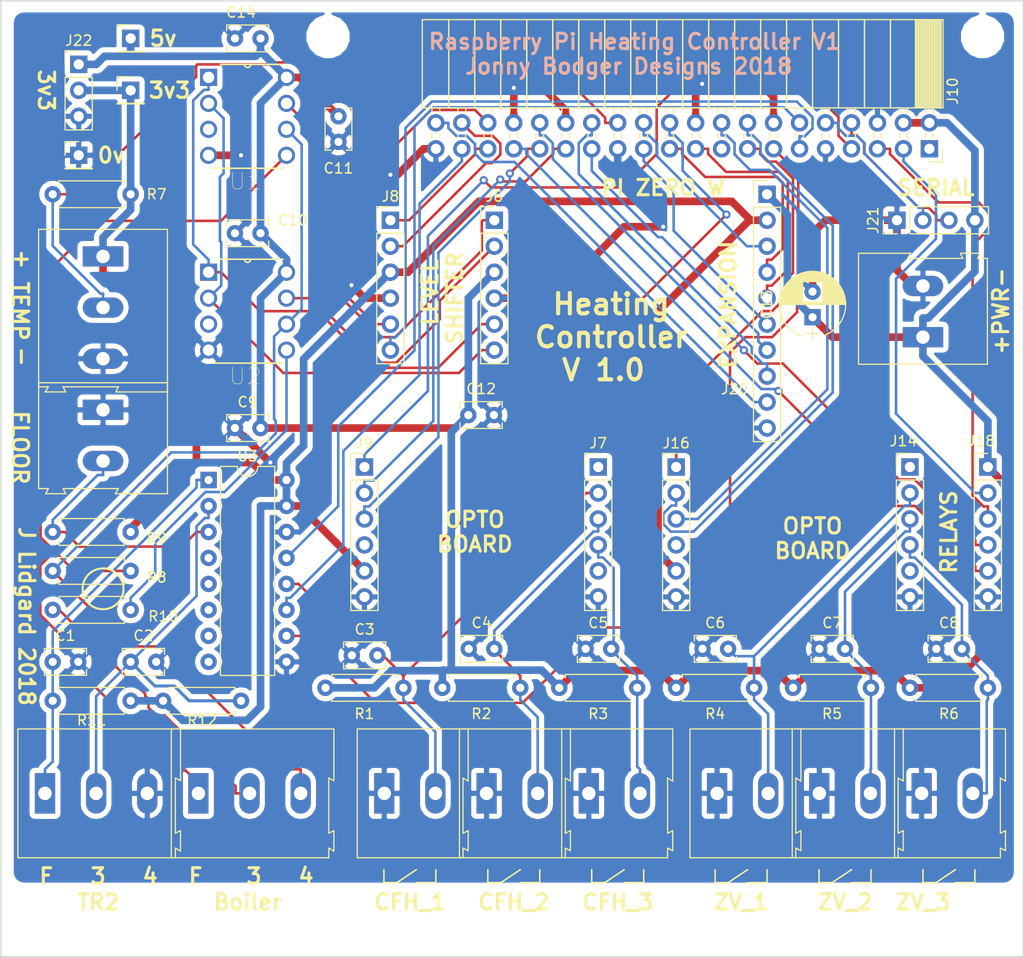
<source format=kicad_pcb>
(kicad_pcb (version 20171130) (host pcbnew "(5.0.0-3-g5ebb6b6)")
  (layers (0 F.Cu signal) (31 B.Cu signal) (34 B.Paste user) (35 F.Paste user) (36 B.SilkS user) (37 F.SilkS user) (38 B.Mask user) (39 F.Mask user) (44 Edge.Cuts user))
  (net 0 "")
  (net 1 GND)
  (net 2 ADC1)
  (net 3 ADC2)
  (net 4 "Net-(C3-Pad1)")
  (net 5 "Net-(C4-Pad1)")
  (net 6 "Net-(C5-Pad1)")
  (net 7 "Net-(C6-Pad1)")
  (net 8 "Net-(C7-Pad1)")
  (net 9 "Net-(C8-Pad1)")
  (net 10 +5V)
  (net 11 "Net-(J2-Pad3)")
  (net 12 "Net-(J2-Pad2)")
  (net 13 "Net-(J2-Pad1)")
  (net 14 CS1_5V)
  (net 15 CS2_5V)
  (net 16 +3V3)
  (net 17 INC_5V)
  (net 18 UD_5V)
  (net 19 "Net-(J7-Pad1)")
  (net 20 "Net-(J7-Pad5)")
  (net 21 UD_3V)
  (net 22 INC_3V)
  (net 23 CS2_3V)
  (net 24 CS1_3V)
  (net 25 "Net-(J9-Pad4)")
  (net 26 CFH3)
  (net 27 CFH2)
  (net 28 CFH1)
  (net 29 "Net-(J10-Pad40)")
  (net 30 ADC_DIN)
  (net 31 RL4)
  (net 32 RL3)
  (net 33 "Net-(J10-Pad28)")
  (net 34 "Net-(J10-Pad27)")
  (net 35 DS18B20)
  (net 36 "Net-(J10-Pad24)")
  (net 37 "Net-(J10-Pad23)")
  (net 38 ADC_DOUT)
  (net 39 "Net-(J10-Pad21)")
  (net 40 "Net-(J10-Pad19)")
  (net 41 ZV3)
  (net 42 ZV2)
  (net 43 ZV1)
  (net 44 ADC_CS)
  (net 45 ADC_CLK)
  (net 46 RL2)
  (net 47 RL1)
  (net 48 "Net-(J14-Pad5)")
  (net 49 "Net-(J14-Pad1)")
  (net 50 "Net-(J16-Pad4)")
  (net 51 ADC3)
  (net 52 "Net-(U3-Pad8)")
  (net 53 "Net-(U3-Pad7)")
  (net 54 "Net-(U3-Pad6)")
  (net 55 "Net-(U3-Pad5)")
  (net 56 "Net-(U3-Pad4)")
  (net 57 "Net-(J10-Pad8)")
  (net 58 "Net-(J10-Pad10)")
  (net 59 "Net-(J10-Pad1)")
  (net 60 "Net-(J10-Pad17)")
  (net 61 "Net-(R10-Pad2)")
  (net 62 "Net-(U1-Pad3)")
  (net 63 "Net-(U2-Pad3)")
  (module Mounting_Holes:MountingHole_3.2mm_M3_ISO7380 (layer F.Cu) (at 188.14 55.52)
    (fp_text reference REF** hide)
    (fp_text value MountingHole_3.2mm_M3_ISO7380)
    (pad 1 np_thru_hole circle (at 0 0) (size 3.2 3.2) (drill 3.2) (layers *.Cu *.Mask))
  )
  (module Pin_Headers:Pin_Header_Straight_1x01_Pitch2.54mm (layer F.Cu) (at 104.84 60.78)
    (fp_text reference TP1 hide)
    (fp_text value TestPoint)
    (pad 1 thru_hole rect (at 0 0) (size 1.7 1.7) (drill 1) (layers *.Cu *.Mask) (net 16 +3V3))
  )
  (module Pin_Headers:Pin_Header_Straight_1x01_Pitch2.54mm (layer F.Cu) (at 104.84 55.7)
    (fp_text reference TP3 hide)
    (fp_text value TestPoint)
    (pad 1 thru_hole rect (at 0 0) (size 1.7 1.7) (drill 1) (layers *.Cu *.Mask) (net 10 +5V))
  )
  (module Pin_Headers:Pin_Header_Straight_1x01_Pitch2.54mm (layer F.Cu) (at 99.76 67.13)
    (fp_text reference TP2 hide)
    (fp_text value TestPoint)
    (pad 1 thru_hole rect (at 0 0) (size 1.7 1.7) (drill 1) (layers *.Cu *.Mask) (net 1 GND))
  )
  (module Capacitors_ThroughHole:CP_Radial_D6.3mm_P2.50mm (layer F.Cu) (at 171.515 82.965 90)
    (fp_text reference C13 (at 1.25 -4.46 90) (layer F.SilkS))
    (fp_text value 100n)
    (pad 1 thru_hole rect (at 0 0 90) (size 1.6 1.6) (drill 0.8) (layers *.Cu *.Mask) (net 10 +5V))
    (pad 2 thru_hole circle (at 2.5 0 90) (size 1.6 1.6) (drill 0.8) (layers *.Cu *.Mask) (net 1 GND))
  )
  (module Socket_Strips:Socket_Strip_Angled_2x20_Pitch2.54mm (layer F.Cu) (at 182.945 66.495 270)
    (fp_text reference J10 (at -5.65 -2.27 270) (layer F.SilkS))
    (fp_text value Raspberry_Pi_2_3)
    (pad 1 thru_hole rect (at 0 0 270) (size 1.7 1.7) (drill 1) (layers *.Cu *.Mask) (net 59 "Net-(J10-Pad1)"))
    (pad 2 thru_hole oval (at -2.54 0 270) (size 1.7 1.7) (drill 1) (layers *.Cu *.Mask) (net 10 +5V))
    (pad 3 thru_hole oval (at 0 2.54 270) (size 1.7 1.7) (drill 1) (layers *.Cu *.Mask) (net 47 RL1))
    (pad 4 thru_hole oval (at -2.54 2.54 270) (size 1.7 1.7) (drill 1) (layers *.Cu *.Mask) (net 10 +5V))
    (pad 5 thru_hole oval (at 0 5.08 270) (size 1.7 1.7) (drill 1) (layers *.Cu *.Mask) (net 46 RL2))
    (pad 6 thru_hole oval (at -2.54 5.08 270) (size 1.7 1.7) (drill 1) (layers *.Cu *.Mask) (net 1 GND))
    (pad 7 thru_hole oval (at 0 7.62 270) (size 1.7 1.7) (drill 1) (layers *.Cu *.Mask) (net 28 CFH1))
    (pad 8 thru_hole oval (at -2.54 7.62 270) (size 1.7 1.7) (drill 1) (layers *.Cu *.Mask) (net 57 "Net-(J10-Pad8)"))
    (pad 9 thru_hole oval (at 0 10.16 270) (size 1.7 1.7) (drill 1) (layers *.Cu *.Mask) (net 1 GND))
    (pad 10 thru_hole oval (at -2.54 10.16 270) (size 1.7 1.7) (drill 1) (layers *.Cu *.Mask) (net 58 "Net-(J10-Pad10)"))
    (pad 11 thru_hole oval (at 0 12.7 270) (size 1.7 1.7) (drill 1) (layers *.Cu *.Mask) (net 21 UD_3V))
    (pad 12 thru_hole oval (at -2.54 12.7 270) (size 1.7 1.7) (drill 1) (layers *.Cu *.Mask) (net 45 ADC_CLK))
    (pad 13 thru_hole oval (at 0 15.24 270) (size 1.7 1.7) (drill 1) (layers *.Cu *.Mask) (net 44 ADC_CS))
    (pad 14 thru_hole oval (at -2.54 15.24 270) (size 1.7 1.7) (drill 1) (layers *.Cu *.Mask) (net 1 GND))
    (pad 15 thru_hole oval (at 0 17.78 270) (size 1.7 1.7) (drill 1) (layers *.Cu *.Mask) (net 43 ZV1))
    (pad 16 thru_hole oval (at -2.54 17.78 270) (size 1.7 1.7) (drill 1) (layers *.Cu *.Mask) (net 42 ZV2))
    (pad 17 thru_hole oval (at 0 20.32 270) (size 1.7 1.7) (drill 1) (layers *.Cu *.Mask) (net 60 "Net-(J10-Pad17)"))
    (pad 18 thru_hole oval (at -2.54 20.32 270) (size 1.7 1.7) (drill 1) (layers *.Cu *.Mask) (net 41 ZV3))
    (pad 19 thru_hole oval (at 0 22.86 270) (size 1.7 1.7) (drill 1) (layers *.Cu *.Mask) (net 40 "Net-(J10-Pad19)"))
    (pad 20 thru_hole oval (at -2.54 22.86 270) (size 1.7 1.7) (drill 1) (layers *.Cu *.Mask) (net 1 GND))
    (pad 21 thru_hole oval (at 0 25.4 270) (size 1.7 1.7) (drill 1) (layers *.Cu *.Mask) (net 39 "Net-(J10-Pad21)"))
    (pad 22 thru_hole oval (at -2.54 25.4 270) (size 1.7 1.7) (drill 1) (layers *.Cu *.Mask) (net 38 ADC_DOUT))
    (pad 23 thru_hole oval (at 0 27.94 270) (size 1.7 1.7) (drill 1) (layers *.Cu *.Mask) (net 37 "Net-(J10-Pad23)"))
    (pad 24 thru_hole oval (at -2.54 27.94 270) (size 1.7 1.7) (drill 1) (layers *.Cu *.Mask) (net 36 "Net-(J10-Pad24)"))
    (pad 25 thru_hole oval (at 0 30.48 270) (size 1.7 1.7) (drill 1) (layers *.Cu *.Mask) (net 1 GND))
    (pad 26 thru_hole oval (at -2.54 30.48 270) (size 1.7 1.7) (drill 1) (layers *.Cu *.Mask) (net 35 DS18B20))
    (pad 27 thru_hole oval (at 0 33.02 270) (size 1.7 1.7) (drill 1) (layers *.Cu *.Mask) (net 34 "Net-(J10-Pad27)"))
    (pad 28 thru_hole oval (at -2.54 33.02 270) (size 1.7 1.7) (drill 1) (layers *.Cu *.Mask) (net 33 "Net-(J10-Pad28)"))
    (pad 29 thru_hole oval (at 0 35.56 270) (size 1.7 1.7) (drill 1) (layers *.Cu *.Mask) (net 27 CFH2))
    (pad 30 thru_hole oval (at -2.54 35.56 270) (size 1.7 1.7) (drill 1) (layers *.Cu *.Mask) (net 1 GND))
    (pad 31 thru_hole oval (at 0 38.1 270) (size 1.7 1.7) (drill 1) (layers *.Cu *.Mask) (net 26 CFH3))
    (pad 32 thru_hole oval (at -2.54 38.1 270) (size 1.7 1.7) (drill 1) (layers *.Cu *.Mask) (net 32 RL3))
    (pad 33 thru_hole oval (at 0 40.64 270) (size 1.7 1.7) (drill 1) (layers *.Cu *.Mask) (net 31 RL4))
    (pad 34 thru_hole oval (at -2.54 40.64 270) (size 1.7 1.7) (drill 1) (layers *.Cu *.Mask) (net 1 GND))
    (pad 35 thru_hole oval (at 0 43.18 270) (size 1.7 1.7) (drill 1) (layers *.Cu *.Mask) (net 24 CS1_3V))
    (pad 36 thru_hole oval (at -2.54 43.18 270) (size 1.7 1.7) (drill 1) (layers *.Cu *.Mask) (net 22 INC_3V))
    (pad 37 thru_hole oval (at 0 45.72 270) (size 1.7 1.7) (drill 1) (layers *.Cu *.Mask) (net 30 ADC_DIN))
    (pad 38 thru_hole oval (at -2.54 45.72 270) (size 1.7 1.7) (drill 1) (layers *.Cu *.Mask) (net 23 CS2_3V))
    (pad 39 thru_hole oval (at 0 48.26 270) (size 1.7 1.7) (drill 1) (layers *.Cu *.Mask) (net 1 GND))
    (pad 40 thru_hole oval (at -2.54 48.26 270) (size 1.7 1.7) (drill 1) (layers *.Cu *.Mask) (net 29 "Net-(J10-Pad40)"))
  )
  (module Capacitors_ThroughHole:C_Rect_L4.0mm_W2.5mm_P2.50mm (layer F.Cu) (at 97.22 116.66)
    (fp_text reference C1 (at 1.25 -2.56) (layer F.SilkS))
    (fp_text value 100n)
    (pad 2 thru_hole circle (at 2.5 0) (size 1.6 1.6) (drill 0.8) (layers *.Cu *.Mask) (net 1 GND))
    (pad 1 thru_hole circle (at 0 0) (size 1.6 1.6) (drill 0.8) (layers *.Cu *.Mask) (net 2 ADC1))
  )
  (module Capacitors_ThroughHole:C_Rect_L4.0mm_W2.5mm_P2.50mm (layer F.Cu) (at 104.84 116.66)
    (fp_text reference C2 (at 1.25 -2.56) (layer F.SilkS))
    (fp_text value 100n)
    (pad 1 thru_hole circle (at 0 0) (size 1.6 1.6) (drill 0.8) (layers *.Cu *.Mask) (net 3 ADC2))
    (pad 2 thru_hole circle (at 2.5 0) (size 1.6 1.6) (drill 0.8) (layers *.Cu *.Mask) (net 1 GND))
  )
  (module Capacitors_ThroughHole:C_Rect_L4.0mm_W2.5mm_P2.50mm (layer F.Cu) (at 128.97 116.025 180)
    (fp_text reference C3 (at 1.25 2.54 180) (layer F.SilkS))
    (fp_text value 100n)
    (pad 2 thru_hole circle (at 2.5 0 180) (size 1.6 1.6) (drill 0.8) (layers *.Cu *.Mask) (net 1 GND))
    (pad 1 thru_hole circle (at 0 0 180) (size 1.6 1.6) (drill 0.8) (layers *.Cu *.Mask) (net 4 "Net-(C3-Pad1)"))
  )
  (module Capacitors_ThroughHole:C_Rect_L4.0mm_W2.5mm_P2.50mm (layer F.Cu) (at 140.4 115.39 180)
    (fp_text reference C4 (at 1.25 2.54 180) (layer F.SilkS))
    (fp_text value 100n)
    (pad 1 thru_hole circle (at 0 0 180) (size 1.6 1.6) (drill 0.8) (layers *.Cu *.Mask) (net 5 "Net-(C4-Pad1)"))
    (pad 2 thru_hole circle (at 2.5 0 180) (size 1.6 1.6) (drill 0.8) (layers *.Cu *.Mask) (net 1 GND))
  )
  (module Capacitors_ThroughHole:C_Rect_L4.0mm_W2.5mm_P2.50mm (layer F.Cu) (at 151.83 115.39 180)
    (fp_text reference C5 (at 1.27 2.54 180) (layer F.SilkS))
    (fp_text value 100n)
    (pad 2 thru_hole circle (at 2.5 0 180) (size 1.6 1.6) (drill 0.8) (layers *.Cu *.Mask) (net 1 GND))
    (pad 1 thru_hole circle (at 0 0 180) (size 1.6 1.6) (drill 0.8) (layers *.Cu *.Mask) (net 6 "Net-(C5-Pad1)"))
  )
  (module Capacitors_ThroughHole:C_Rect_L4.0mm_W2.5mm_P2.50mm (layer F.Cu) (at 163.26 115.39 180)
    (fp_text reference C6 (at 1.27 2.54 180) (layer F.SilkS))
    (fp_text value 100n)
    (pad 1 thru_hole circle (at 0 0 180) (size 1.6 1.6) (drill 0.8) (layers *.Cu *.Mask) (net 7 "Net-(C6-Pad1)"))
    (pad 2 thru_hole circle (at 2.5 0 180) (size 1.6 1.6) (drill 0.8) (layers *.Cu *.Mask) (net 1 GND))
  )
  (module Capacitors_ThroughHole:C_Rect_L4.0mm_W2.5mm_P2.50mm (layer F.Cu) (at 174.69 115.39 180)
    (fp_text reference C7 (at 1.25 2.54 180) (layer F.SilkS))
    (fp_text value 100n)
    (pad 1 thru_hole circle (at 0 0 180) (size 1.6 1.6) (drill 0.8) (layers *.Cu *.Mask) (net 8 "Net-(C7-Pad1)"))
    (pad 2 thru_hole circle (at 2.5 0 180) (size 1.6 1.6) (drill 0.8) (layers *.Cu *.Mask) (net 1 GND))
  )
  (module Capacitors_ThroughHole:C_Rect_L4.0mm_W2.5mm_P2.50mm (layer F.Cu) (at 186.12 115.39 180)
    (fp_text reference C8 (at 1.27 2.54 180) (layer F.SilkS))
    (fp_text value 100n)
    (pad 2 thru_hole circle (at 2.5 0 180) (size 1.6 1.6) (drill 0.8) (layers *.Cu *.Mask) (net 1 GND))
    (pad 1 thru_hole circle (at 0 0 180) (size 1.6 1.6) (drill 0.8) (layers *.Cu *.Mask) (net 9 "Net-(C8-Pad1)"))
  )
  (module Capacitors_ThroughHole:C_Rect_L4.0mm_W2.5mm_P2.50mm (layer F.Cu) (at 117.54 93.8 180)
    (fp_text reference C9 (at 1.27 2.54 180) (layer F.SilkS))
    (fp_text value 100n)
    (pad 1 thru_hole circle (at 0 0 180) (size 1.6 1.6) (drill 0.8) (layers *.Cu *.Mask) (net 10 +5V))
    (pad 2 thru_hole circle (at 2.5 0 180) (size 1.6 1.6) (drill 0.8) (layers *.Cu *.Mask) (net 1 GND))
  )
  (module Capacitors_ThroughHole:C_Rect_L4.0mm_W2.5mm_P2.50mm (layer F.Cu) (at 117.54 74.75 180)
    (fp_text reference C10 (at -3.175 1.27 180) (layer F.SilkS))
    (fp_text value 100n)
    (pad 2 thru_hole circle (at 2.5 0 180) (size 1.6 1.6) (drill 0.8) (layers *.Cu *.Mask) (net 1 GND))
    (pad 1 thru_hole circle (at 0 0 180) (size 1.6 1.6) (drill 0.8) (layers *.Cu *.Mask) (net 10 +5V))
  )
  (module Capacitors_ThroughHole:C_Rect_L4.0mm_W2.5mm_P2.50mm (layer F.Cu) (at 125.16 63.32 270)
    (fp_text reference C11 (at 5.08 0) (layer F.SilkS))
    (fp_text value 100n)
    (pad 1 thru_hole circle (at 0 0 270) (size 1.6 1.6) (drill 0.8) (layers *.Cu *.Mask) (net 10 +5V))
    (pad 2 thru_hole circle (at 2.5 0 270) (size 1.6 1.6) (drill 0.8) (layers *.Cu *.Mask) (net 1 GND))
  )
  (module Capacitors_ThroughHole:C_Rect_L4.0mm_W2.5mm_P2.50mm (layer F.Cu) (at 137.86 92.53)
    (fp_text reference C12 (at 1.25 -2.56) (layer F.SilkS))
    (fp_text value 100n)
    (pad 2 thru_hole circle (at 2.5 0) (size 1.6 1.6) (drill 0.8) (layers *.Cu *.Mask) (net 1 GND))
    (pad 1 thru_hole circle (at 0 0) (size 1.6 1.6) (drill 0.8) (layers *.Cu *.Mask) (net 10 +5V))
  )
  (module Capacitors_ThroughHole:C_Rect_L4.0mm_W2.5mm_P2.50mm (layer F.Cu) (at 117.54 55.7 180)
    (fp_text reference C14 (at 1.905 2.54 180) (layer F.SilkS))
    (fp_text value 100n)
    (pad 2 thru_hole circle (at 2.5 0 180) (size 1.6 1.6) (drill 0.8) (layers *.Cu *.Mask) (net 1 GND))
    (pad 1 thru_hole circle (at 0 0 180) (size 1.6 1.6) (drill 0.8) (layers *.Cu *.Mask) (net 10 +5V))
  )
  (module Terminal_Blocks:TerminalBlock_Altech_AK300-3_P5.00mm (layer F.Cu) (at 96.465 129.52)
    (fp_text reference J1 hide)
    (fp_text value Screw_Terminal_01x03)
    (pad 1 thru_hole rect (at 0 0) (size 1.98 3.96) (drill 1.32) (layers *.Cu *.Mask) (net 2 ADC1))
    (pad 2 thru_hole oval (at 5 0) (size 1.98 3.96) (drill 1.32) (layers *.Cu *.Mask) (net 3 ADC2))
    (pad 3 thru_hole oval (at 10 0) (size 1.98 3.96) (drill 1.32) (layers *.Cu *.Mask) (net 1 GND))
  )
  (module Terminal_Blocks:TerminalBlock_Altech_AK300-3_P5.00mm (layer F.Cu) (at 111.465 129.52)
    (fp_text reference J2 hide)
    (fp_text value Screw_Terminal_01x03)
    (pad 3 thru_hole oval (at 10 0) (size 1.98 3.96) (drill 1.32) (layers *.Cu *.Mask) (net 11 "Net-(J2-Pad3)"))
    (pad 2 thru_hole oval (at 5 0) (size 1.98 3.96) (drill 1.32) (layers *.Cu *.Mask) (net 12 "Net-(J2-Pad2)"))
    (pad 1 thru_hole rect (at 0 0) (size 1.98 3.96) (drill 1.32) (layers *.Cu *.Mask) (net 13 "Net-(J2-Pad1)"))
  )
  (module Terminal_Blocks:TerminalBlock_Altech_AK300-2_P5.00mm (layer F.Cu) (at 129.64 129.52)
    (fp_text reference J3 hide)
    (fp_text value Screw_Terminal_01x02)
    (pad 2 thru_hole oval (at 5 0) (size 1.98 3.96) (drill 1.32) (layers *.Cu *.Mask) (net 4 "Net-(C3-Pad1)"))
    (pad 1 thru_hole rect (at 0 0) (size 1.98 3.96) (drill 1.32) (layers *.Cu *.Mask) (net 1 GND))
  )
  (module Terminal_Blocks:TerminalBlock_Altech_AK300-2_P5.00mm (layer F.Cu) (at 139.64 129.52)
    (fp_text reference J4 hide)
    (fp_text value Screw_Terminal_01x02)
    (pad 1 thru_hole rect (at 0 0) (size 1.98 3.96) (drill 1.32) (layers *.Cu *.Mask) (net 1 GND))
    (pad 2 thru_hole oval (at 5 0) (size 1.98 3.96) (drill 1.32) (layers *.Cu *.Mask) (net 5 "Net-(C4-Pad1)"))
  )
  (module Terminal_Blocks:TerminalBlock_Altech_AK300-2_P5.00mm (layer F.Cu) (at 149.64 129.52)
    (fp_text reference J5 hide)
    (fp_text value Screw_Terminal_01x02)
    (pad 2 thru_hole oval (at 5 0) (size 1.98 3.96) (drill 1.32) (layers *.Cu *.Mask) (net 6 "Net-(C5-Pad1)"))
    (pad 1 thru_hole rect (at 0 0) (size 1.98 3.96) (drill 1.32) (layers *.Cu *.Mask) (net 1 GND))
  )
  (module Pin_Headers:Pin_Header_Straight_1x06_Pitch2.54mm (layer F.Cu) (at 140.4 73.48)
    (fp_text reference J6 (at 0 -2.33) (layer F.SilkS))
    (fp_text value Conn_01x06)
    (pad 1 thru_hole rect (at 0 0) (size 1.7 1.7) (drill 1) (layers *.Cu *.Mask) (net 14 CS1_5V))
    (pad 2 thru_hole oval (at 0 2.54) (size 1.7 1.7) (drill 1) (layers *.Cu *.Mask) (net 15 CS2_5V))
    (pad 3 thru_hole oval (at 0 5.08) (size 1.7 1.7) (drill 1) (layers *.Cu *.Mask) (net 10 +5V))
    (pad 4 thru_hole oval (at 0 7.62) (size 1.7 1.7) (drill 1) (layers *.Cu *.Mask) (net 1 GND))
    (pad 5 thru_hole oval (at 0 10.16) (size 1.7 1.7) (drill 1) (layers *.Cu *.Mask) (net 17 INC_5V))
    (pad 6 thru_hole oval (at 0 12.7) (size 1.7 1.7) (drill 1) (layers *.Cu *.Mask) (net 18 UD_5V))
  )
  (module Pin_Headers:Pin_Header_Straight_1x06_Pitch2.54mm (layer F.Cu) (at 150.56 97.61)
    (fp_text reference J7 (at 0 -2.33) (layer F.SilkS))
    (fp_text value Conn_01x06)
    (pad 1 thru_hole rect (at 0 0) (size 1.7 1.7) (drill 1) (layers *.Cu *.Mask) (net 19 "Net-(J7-Pad1)"))
    (pad 2 thru_hole oval (at 0 2.54) (size 1.7 1.7) (drill 1) (layers *.Cu *.Mask) (net 4 "Net-(C3-Pad1)"))
    (pad 3 thru_hole oval (at 0 5.08) (size 1.7 1.7) (drill 1) (layers *.Cu *.Mask) (net 5 "Net-(C4-Pad1)"))
    (pad 4 thru_hole oval (at 0 7.62) (size 1.7 1.7) (drill 1) (layers *.Cu *.Mask) (net 6 "Net-(C5-Pad1)"))
    (pad 5 thru_hole oval (at 0 10.16) (size 1.7 1.7) (drill 1) (layers *.Cu *.Mask) (net 20 "Net-(J7-Pad5)"))
    (pad 6 thru_hole oval (at 0 12.7) (size 1.7 1.7) (drill 1) (layers *.Cu *.Mask) (net 1 GND))
  )
  (module Pin_Headers:Pin_Header_Straight_1x06_Pitch2.54mm (layer F.Cu) (at 130.24 73.48)
    (fp_text reference J8 (at 0 -2.33) (layer F.SilkS))
    (fp_text value Conn_01x06)
    (pad 6 thru_hole oval (at 0 12.7) (size 1.7 1.7) (drill 1) (layers *.Cu *.Mask) (net 21 UD_3V))
    (pad 5 thru_hole oval (at 0 10.16) (size 1.7 1.7) (drill 1) (layers *.Cu *.Mask) (net 22 INC_3V))
    (pad 4 thru_hole oval (at 0 7.62) (size 1.7 1.7) (drill 1) (layers *.Cu *.Mask) (net 1 GND))
    (pad 3 thru_hole oval (at 0 5.08) (size 1.7 1.7) (drill 1) (layers *.Cu *.Mask) (net 16 +3V3))
    (pad 2 thru_hole oval (at 0 2.54) (size 1.7 1.7) (drill 1) (layers *.Cu *.Mask) (net 23 CS2_3V))
    (pad 1 thru_hole rect (at 0 0) (size 1.7 1.7) (drill 1) (layers *.Cu *.Mask) (net 24 CS1_3V))
  )
  (module Pin_Headers:Pin_Header_Straight_1x06_Pitch2.54mm (layer F.Cu) (at 127.7 97.61)
    (fp_text reference J9 (at 0 -2.33) (layer F.SilkS))
    (fp_text value Conn_01x06)
    (pad 6 thru_hole oval (at 0 12.7) (size 1.7 1.7) (drill 1) (layers *.Cu *.Mask) (net 1 GND))
    (pad 5 thru_hole oval (at 0 10.16) (size 1.7 1.7) (drill 1) (layers *.Cu *.Mask) (net 16 +3V3))
    (pad 4 thru_hole oval (at 0 7.62) (size 1.7 1.7) (drill 1) (layers *.Cu *.Mask) (net 25 "Net-(J9-Pad4)"))
    (pad 3 thru_hole oval (at 0 5.08) (size 1.7 1.7) (drill 1) (layers *.Cu *.Mask) (net 26 CFH3))
    (pad 2 thru_hole oval (at 0 2.54) (size 1.7 1.7) (drill 1) (layers *.Cu *.Mask) (net 27 CFH2))
    (pad 1 thru_hole rect (at 0 0) (size 1.7 1.7) (drill 1) (layers *.Cu *.Mask) (net 28 CFH1))
  )
  (module Terminal_Blocks:TerminalBlock_Altech_AK300-2_P5.00mm (layer F.Cu) (at 162.18 129.52)
    (fp_text reference J11 hide)
    (fp_text value Screw_Terminal_01x02)
    (pad 1 thru_hole rect (at 0 0) (size 1.98 3.96) (drill 1.32) (layers *.Cu *.Mask) (net 1 GND))
    (pad 2 thru_hole oval (at 5 0) (size 1.98 3.96) (drill 1.32) (layers *.Cu *.Mask) (net 7 "Net-(C6-Pad1)"))
  )
  (module Terminal_Blocks:TerminalBlock_Altech_AK300-2_P5.00mm (layer F.Cu) (at 172.18 129.52)
    (fp_text reference J12 hide)
    (fp_text value Screw_Terminal_01x02)
    (pad 2 thru_hole oval (at 5 0) (size 1.98 3.96) (drill 1.32) (layers *.Cu *.Mask) (net 8 "Net-(C7-Pad1)"))
    (pad 1 thru_hole rect (at 0 0) (size 1.98 3.96) (drill 1.32) (layers *.Cu *.Mask) (net 1 GND))
  )
  (module Terminal_Blocks:TerminalBlock_Altech_AK300-2_P5.00mm (layer F.Cu) (at 182.18 129.52)
    (fp_text reference J13 hide)
    (fp_text value Screw_Terminal_01x02)
    (pad 1 thru_hole rect (at 0 0) (size 1.98 3.96) (drill 1.32) (layers *.Cu *.Mask) (net 1 GND))
    (pad 2 thru_hole oval (at 5 0) (size 1.98 3.96) (drill 1.32) (layers *.Cu *.Mask) (net 9 "Net-(C8-Pad1)"))
  )
  (module Pin_Headers:Pin_Header_Straight_1x06_Pitch2.54mm (layer F.Cu) (at 181.04 97.61)
    (fp_text reference J14 (at -0.635 -2.54) (layer F.SilkS))
    (fp_text value Conn_01x06)
    (pad 6 thru_hole oval (at 0 12.7) (size 1.7 1.7) (drill 1) (layers *.Cu *.Mask) (net 1 GND))
    (pad 5 thru_hole oval (at 0 10.16) (size 1.7 1.7) (drill 1) (layers *.Cu *.Mask) (net 48 "Net-(J14-Pad5)"))
    (pad 4 thru_hole oval (at 0 7.62) (size 1.7 1.7) (drill 1) (layers *.Cu *.Mask) (net 9 "Net-(C8-Pad1)"))
    (pad 3 thru_hole oval (at 0 5.08) (size 1.7 1.7) (drill 1) (layers *.Cu *.Mask) (net 8 "Net-(C7-Pad1)"))
    (pad 2 thru_hole oval (at 0 2.54) (size 1.7 1.7) (drill 1) (layers *.Cu *.Mask) (net 7 "Net-(C6-Pad1)"))
    (pad 1 thru_hole rect (at 0 0) (size 1.7 1.7) (drill 1) (layers *.Cu *.Mask) (net 49 "Net-(J14-Pad1)"))
  )
  (module Terminal_Blocks:TerminalBlock_Altech_AK300-3_P5.00mm (layer F.Cu) (at 102.14 77.02 270)
    (fp_text reference J15 hide)
    (fp_text value Screw_Terminal_01x03)
    (pad 3 thru_hole oval (at 10 0 270) (size 1.98 3.96) (drill 1.32) (layers *.Cu *.Mask) (net 1 GND))
    (pad 2 thru_hole oval (at 5 0 270) (size 1.98 3.96) (drill 1.32) (layers *.Cu *.Mask) (net 35 DS18B20))
    (pad 1 thru_hole rect (at 0 0 270) (size 1.98 3.96) (drill 1.32) (layers *.Cu *.Mask) (net 16 +3V3))
  )
  (module Pin_Headers:Pin_Header_Straight_1x06_Pitch2.54mm (layer F.Cu) (at 158.18 97.61)
    (fp_text reference J16 (at 0 -2.33) (layer F.SilkS))
    (fp_text value Conn_01x06)
    (pad 1 thru_hole rect (at 0 0) (size 1.7 1.7) (drill 1) (layers *.Cu *.Mask) (net 43 ZV1))
    (pad 2 thru_hole oval (at 0 2.54) (size 1.7 1.7) (drill 1) (layers *.Cu *.Mask) (net 42 ZV2))
    (pad 3 thru_hole oval (at 0 5.08) (size 1.7 1.7) (drill 1) (layers *.Cu *.Mask) (net 41 ZV3))
    (pad 4 thru_hole oval (at 0 7.62) (size 1.7 1.7) (drill 1) (layers *.Cu *.Mask) (net 50 "Net-(J16-Pad4)"))
    (pad 5 thru_hole oval (at 0 10.16) (size 1.7 1.7) (drill 1) (layers *.Cu *.Mask) (net 16 +3V3))
    (pad 6 thru_hole oval (at 0 12.7) (size 1.7 1.7) (drill 1) (layers *.Cu *.Mask) (net 1 GND))
  )
  (module Terminal_Blocks:TerminalBlock_Altech_AK300-2_P5.00mm (layer F.Cu) (at 182.31 84.91 90)
    (fp_text reference J17 hide)
    (fp_text value Screw_Terminal_01x02)
    (pad 1 thru_hole rect (at 0 0 90) (size 1.98 3.96) (drill 1.32) (layers *.Cu *.Mask) (net 10 +5V))
    (pad 2 thru_hole oval (at 5 0 90) (size 1.98 3.96) (drill 1.32) (layers *.Cu *.Mask) (net 1 GND))
  )
  (module Pin_Headers:Pin_Header_Straight_1x06_Pitch2.54mm (layer F.Cu) (at 188.66 97.61)
    (fp_text reference J18 (at -0.635 -2.54) (layer F.SilkS))
    (fp_text value Conn_01x06)
    (pad 6 thru_hole oval (at 0 12.7) (size 1.7 1.7) (drill 1) (layers *.Cu *.Mask) (net 1 GND))
    (pad 5 thru_hole oval (at 0 10.16) (size 1.7 1.7) (drill 1) (layers *.Cu *.Mask) (net 31 RL4))
    (pad 4 thru_hole oval (at 0 7.62) (size 1.7 1.7) (drill 1) (layers *.Cu *.Mask) (net 32 RL3))
    (pad 3 thru_hole oval (at 0 5.08) (size 1.7 1.7) (drill 1) (layers *.Cu *.Mask) (net 46 RL2))
    (pad 2 thru_hole oval (at 0 2.54) (size 1.7 1.7) (drill 1) (layers *.Cu *.Mask) (net 47 RL1))
    (pad 1 thru_hole rect (at 0 0) (size 1.7 1.7) (drill 1) (layers *.Cu *.Mask) (net 10 +5V))
  )
  (module Terminal_Blocks:TerminalBlock_Altech_AK300-2_P5.00mm (layer F.Cu) (at 102.14 92.02 270)
    (fp_text reference J19 hide)
    (fp_text value Screw_Terminal_01x02)
    (pad 2 thru_hole oval (at 5 0 270) (size 1.98 3.96) (drill 1.32) (layers *.Cu *.Mask) (net 51 ADC3))
    (pad 1 thru_hole rect (at 0 0 270) (size 1.98 3.96) (drill 1.32) (layers *.Cu *.Mask) (net 1 GND))
  )
  (module Resistors_ThroughHole:R_Axial_DIN0207_L6.3mm_D2.5mm_P7.62mm_Horizontal (layer F.Cu) (at 123.89 119.2)
    (fp_text reference R1 (at 3.81 2.54) (layer F.SilkS))
    (fp_text value 330R)
    (pad 2 thru_hole oval (at 7.62 0) (size 1.6 1.6) (drill 0.8) (layers *.Cu *.Mask) (net 4 "Net-(C3-Pad1)"))
    (pad 1 thru_hole circle (at 0 0) (size 1.6 1.6) (drill 0.8) (layers *.Cu *.Mask) (net 10 +5V))
  )
  (module Resistors_ThroughHole:R_Axial_DIN0207_L6.3mm_D2.5mm_P7.62mm_Horizontal (layer F.Cu) (at 135.32 119.2)
    (fp_text reference R2 (at 3.81 2.54) (layer F.SilkS))
    (fp_text value 330R)
    (pad 2 thru_hole oval (at 7.62 0) (size 1.6 1.6) (drill 0.8) (layers *.Cu *.Mask) (net 5 "Net-(C4-Pad1)"))
    (pad 1 thru_hole circle (at 0 0) (size 1.6 1.6) (drill 0.8) (layers *.Cu *.Mask) (net 10 +5V))
  )
  (module Resistors_ThroughHole:R_Axial_DIN0207_L6.3mm_D2.5mm_P7.62mm_Horizontal (layer F.Cu) (at 146.75 119.2)
    (fp_text reference R3 (at 3.81 2.54) (layer F.SilkS))
    (fp_text value 330R)
    (pad 2 thru_hole oval (at 7.62 0) (size 1.6 1.6) (drill 0.8) (layers *.Cu *.Mask) (net 6 "Net-(C5-Pad1)"))
    (pad 1 thru_hole circle (at 0 0) (size 1.6 1.6) (drill 0.8) (layers *.Cu *.Mask) (net 10 +5V))
  )
  (module Resistors_ThroughHole:R_Axial_DIN0207_L6.3mm_D2.5mm_P7.62mm_Horizontal (layer F.Cu) (at 158.18 119.2)
    (fp_text reference R4 (at 3.81 2.54) (layer F.SilkS))
    (fp_text value 330R)
    (pad 1 thru_hole circle (at 0 0) (size 1.6 1.6) (drill 0.8) (layers *.Cu *.Mask) (net 10 +5V))
    (pad 2 thru_hole oval (at 7.62 0) (size 1.6 1.6) (drill 0.8) (layers *.Cu *.Mask) (net 7 "Net-(C6-Pad1)"))
  )
  (module Resistors_ThroughHole:R_Axial_DIN0207_L6.3mm_D2.5mm_P7.62mm_Horizontal (layer F.Cu) (at 169.61 119.2)
    (fp_text reference R5 (at 3.81 2.54) (layer F.SilkS))
    (fp_text value 330R)
    (pad 2 thru_hole oval (at 7.62 0) (size 1.6 1.6) (drill 0.8) (layers *.Cu *.Mask) (net 8 "Net-(C7-Pad1)"))
    (pad 1 thru_hole circle (at 0 0) (size 1.6 1.6) (drill 0.8) (layers *.Cu *.Mask) (net 10 +5V))
  )
  (module Resistors_ThroughHole:R_Axial_DIN0207_L6.3mm_D2.5mm_P7.62mm_Horizontal (layer F.Cu) (at 181.04 119.2)
    (fp_text reference R6 (at 3.81 2.54) (layer F.SilkS))
    (fp_text value 330R)
    (pad 1 thru_hole circle (at 0 0) (size 1.6 1.6) (drill 0.8) (layers *.Cu *.Mask) (net 10 +5V))
    (pad 2 thru_hole oval (at 7.62 0) (size 1.6 1.6) (drill 0.8) (layers *.Cu *.Mask) (net 9 "Net-(C8-Pad1)"))
  )
  (module Resistors_ThroughHole:R_Axial_DIN0207_L6.3mm_D2.5mm_P7.62mm_Horizontal (layer F.Cu) (at 104.84 70.94 180)
    (fp_text reference R7 (at -2.54 0 180) (layer F.SilkS))
    (fp_text value 4k7)
    (pad 1 thru_hole circle (at 0 0 180) (size 1.6 1.6) (drill 0.8) (layers *.Cu *.Mask) (net 16 +3V3))
    (pad 2 thru_hole oval (at 7.62 0 180) (size 1.6 1.6) (drill 0.8) (layers *.Cu *.Mask) (net 35 DS18B20))
  )
  (module Resistors_ThroughHole:R_Axial_DIN0207_L6.3mm_D2.5mm_P7.62mm_Horizontal (layer F.Cu) (at 104.84 103.96 180)
    (fp_text reference R8 (at -2.54 -4.445 180) (layer F.SilkS))
    (fp_text value 1k)
    (pad 1 thru_hole circle (at 0 0 180) (size 1.6 1.6) (drill 0.8) (layers *.Cu *.Mask) (net 16 +3V3))
    (pad 2 thru_hole oval (at 7.62 0 180) (size 1.6 1.6) (drill 0.8) (layers *.Cu *.Mask) (net 51 ADC3))
  )
  (module X9C103P:DIP254P762X533-8 (layer F.Cu) (at 120.08 67.13)
    (fp_text reference U1 (at -4.02394 2.54) (layer F.SilkS) (effects (font (size 1.64439 1.64439) (thickness 0.05))))
    (fp_text value X9C103P hide)
    (pad 1 thru_hole rect (at -7.62 -7.62) (size 1.6764 1.6764) (drill 1.1176) (layers *.Cu *.Mask) (net 17 INC_5V))
    (pad 2 thru_hole circle (at -7.62 -5.08) (size 1.6764 1.6764) (drill 1.1176) (layers *.Cu *.Mask) (net 18 UD_5V))
    (pad 3 thru_hole circle (at -7.62 -2.54) (size 1.6764 1.6764) (drill 1.1176) (layers *.Cu *.Mask) (net 62 "Net-(U1-Pad3)"))
    (pad 4 thru_hole circle (at -7.62 0) (size 1.6764 1.6764) (drill 1.1176) (layers *.Cu *.Mask) (net 1 GND))
    (pad 5 thru_hole circle (at 0 0) (size 1.6764 1.6764) (drill 1.1176) (layers *.Cu *.Mask) (net 13 "Net-(J2-Pad1)"))
    (pad 6 thru_hole circle (at 0 -2.54) (size 1.6764 1.6764) (drill 1.1176) (layers *.Cu *.Mask) (net 11 "Net-(J2-Pad3)"))
    (pad 7 thru_hole circle (at 0 -5.08) (size 1.6764 1.6764) (drill 1.1176) (layers *.Cu *.Mask) (net 14 CS1_5V))
    (pad 8 thru_hole circle (at 0 -7.62) (size 1.6764 1.6764) (drill 1.1176) (layers *.Cu *.Mask) (net 10 +5V))
  )
  (module X9C103P:DIP254P762X533-8 (layer F.Cu) (at 120.08 86.18)
    (fp_text reference U2 (at -4.02394 2.54) (layer F.SilkS) (effects (font (size 1.64439 1.64439) (thickness 0.05))))
    (fp_text value X9C103P hide)
    (pad 8 thru_hole circle (at 0 -7.62) (size 1.6764 1.6764) (drill 1.1176) (layers *.Cu *.Mask) (net 10 +5V))
    (pad 7 thru_hole circle (at 0 -5.08) (size 1.6764 1.6764) (drill 1.1176) (layers *.Cu *.Mask) (net 15 CS2_5V))
    (pad 6 thru_hole circle (at 0 -2.54) (size 1.6764 1.6764) (drill 1.1176) (layers *.Cu *.Mask) (net 11 "Net-(J2-Pad3)"))
    (pad 5 thru_hole circle (at 0 0) (size 1.6764 1.6764) (drill 1.1176) (layers *.Cu *.Mask) (net 61 "Net-(R10-Pad2)"))
    (pad 4 thru_hole circle (at -7.62 0) (size 1.6764 1.6764) (drill 1.1176) (layers *.Cu *.Mask) (net 1 GND))
    (pad 3 thru_hole circle (at -7.62 -2.54) (size 1.6764 1.6764) (drill 1.1176) (layers *.Cu *.Mask) (net 63 "Net-(U2-Pad3)"))
    (pad 2 thru_hole circle (at -7.62 -5.08) (size 1.6764 1.6764) (drill 1.1176) (layers *.Cu *.Mask) (net 18 UD_5V))
    (pad 1 thru_hole rect (at -7.62 -7.62) (size 1.6764 1.6764) (drill 1.1176) (layers *.Cu *.Mask) (net 17 INC_5V))
  )
  (module Housings_DIP:DIP-16_W7.62mm (layer F.Cu) (at 112.46 98.88)
    (fp_text reference U3 (at 3.81 -2.33) (layer F.SilkS))
    (fp_text value MCP3008 hide)
    (pad 16 thru_hole oval (at 7.62 0) (size 1.6 1.6) (drill 0.8) (layers *.Cu *.Mask) (net 16 +3V3))
    (pad 8 thru_hole oval (at 0 17.78) (size 1.6 1.6) (drill 0.8) (layers *.Cu *.Mask) (net 52 "Net-(U3-Pad8)"))
    (pad 15 thru_hole oval (at 7.62 2.54) (size 1.6 1.6) (drill 0.8) (layers *.Cu *.Mask) (net 16 +3V3))
    (pad 7 thru_hole oval (at 0 15.24) (size 1.6 1.6) (drill 0.8) (layers *.Cu *.Mask) (net 53 "Net-(U3-Pad7)"))
    (pad 14 thru_hole oval (at 7.62 5.08) (size 1.6 1.6) (drill 0.8) (layers *.Cu *.Mask) (net 1 GND))
    (pad 6 thru_hole oval (at 0 12.7) (size 1.6 1.6) (drill 0.8) (layers *.Cu *.Mask) (net 54 "Net-(U3-Pad6)"))
    (pad 13 thru_hole oval (at 7.62 7.62) (size 1.6 1.6) (drill 0.8) (layers *.Cu *.Mask) (net 45 ADC_CLK))
    (pad 5 thru_hole oval (at 0 10.16) (size 1.6 1.6) (drill 0.8) (layers *.Cu *.Mask) (net 55 "Net-(U3-Pad5)"))
    (pad 12 thru_hole oval (at 7.62 10.16) (size 1.6 1.6) (drill 0.8) (layers *.Cu *.Mask) (net 38 ADC_DOUT))
    (pad 4 thru_hole oval (at 0 7.62) (size 1.6 1.6) (drill 0.8) (layers *.Cu *.Mask) (net 56 "Net-(U3-Pad4)"))
    (pad 11 thru_hole oval (at 7.62 12.7) (size 1.6 1.6) (drill 0.8) (layers *.Cu *.Mask) (net 30 ADC_DIN))
    (pad 3 thru_hole oval (at 0 5.08) (size 1.6 1.6) (drill 0.8) (layers *.Cu *.Mask) (net 51 ADC3))
    (pad 10 thru_hole oval (at 7.62 15.24) (size 1.6 1.6) (drill 0.8) (layers *.Cu *.Mask) (net 44 ADC_CS))
    (pad 2 thru_hole oval (at 0 2.54) (size 1.6 1.6) (drill 0.8) (layers *.Cu *.Mask) (net 3 ADC2))
    (pad 9 thru_hole oval (at 7.62 17.78) (size 1.6 1.6) (drill 0.8) (layers *.Cu *.Mask) (net 1 GND))
    (pad 1 thru_hole rect (at 0 0) (size 1.6 1.6) (drill 0.8) (layers *.Cu *.Mask) (net 2 ADC1))
  )
  (module Socket_Strips:Socket_Strip_Straight_1x04_Pitch2.54mm (layer F.Cu) (at 179.77 73.48 90)
    (fp_text reference J21 (at 0 -2.33 90) (layer F.SilkS))
    (fp_text value Conn_01x04_Female)
    (pad 4 thru_hole oval (at 0 7.62 90) (size 1.7 1.7) (drill 1) (layers *.Cu *.Mask) (net 10 +5V))
    (pad 3 thru_hole oval (at 0 5.08 90) (size 1.7 1.7) (drill 1) (layers *.Cu *.Mask) (net 57 "Net-(J10-Pad8)"))
    (pad 2 thru_hole oval (at 0 2.54 90) (size 1.7 1.7) (drill 1) (layers *.Cu *.Mask) (net 58 "Net-(J10-Pad10)"))
    (pad 1 thru_hole rect (at 0 0 90) (size 1.7 1.7) (drill 1) (layers *.Cu *.Mask) (net 1 GND))
  )
  (module Socket_Strips:Socket_Strip_Straight_1x10_Pitch2.54mm (layer F.Cu) (at 167.07 70.94)
    (fp_text reference J20 (at -3.175 19.05) (layer F.SilkS))
    (fp_text value Conn_01x10)
    (pad 10 thru_hole oval (at 0 22.86) (size 1.7 1.7) (drill 1) (layers *.Cu *.Mask) (net 1 GND))
    (pad 9 thru_hole oval (at 0 20.32) (size 1.7 1.7) (drill 1) (layers *.Cu *.Mask) (net 29 "Net-(J10-Pad40)"))
    (pad 8 thru_hole oval (at 0 17.78) (size 1.7 1.7) (drill 1) (layers *.Cu *.Mask) (net 33 "Net-(J10-Pad28)"))
    (pad 7 thru_hole oval (at 0 15.24) (size 1.7 1.7) (drill 1) (layers *.Cu *.Mask) (net 34 "Net-(J10-Pad27)"))
    (pad 6 thru_hole oval (at 0 12.7) (size 1.7 1.7) (drill 1) (layers *.Cu *.Mask) (net 37 "Net-(J10-Pad23)"))
    (pad 5 thru_hole oval (at 0 10.16) (size 1.7 1.7) (drill 1) (layers *.Cu *.Mask) (net 40 "Net-(J10-Pad19)"))
    (pad 4 thru_hole oval (at 0 7.62) (size 1.7 1.7) (drill 1) (layers *.Cu *.Mask) (net 39 "Net-(J10-Pad21)"))
    (pad 3 thru_hole oval (at 0 5.08) (size 1.7 1.7) (drill 1) (layers *.Cu *.Mask) (net 36 "Net-(J10-Pad24)"))
    (pad 2 thru_hole oval (at 0 2.54) (size 1.7 1.7) (drill 1) (layers *.Cu *.Mask) (net 16 +3V3))
    (pad 1 thru_hole rect (at 0 0) (size 1.7 1.7) (drill 1) (layers *.Cu *.Mask) (net 10 +5V))
  )
  (module Socket_Strips:Socket_Strip_Straight_1x03_Pitch2.54mm (layer F.Cu) (at 99.76 58.24)
    (fp_text reference J22 (at 0 -2.33) (layer F.SilkS))
    (fp_text value Conn_01x03_Female)
    (pad 3 thru_hole oval (at 0 5.08) (size 1.7 1.7) (drill 1) (layers *.Cu *.Mask) (net 1 GND))
    (pad 2 thru_hole oval (at 0 2.54) (size 1.7 1.7) (drill 1) (layers *.Cu *.Mask) (net 16 +3V3))
    (pad 1 thru_hole rect (at 0 0) (size 1.7 1.7) (drill 1) (layers *.Cu *.Mask) (net 10 +5V))
  )
  (module Resistors_ThroughHole:R_Axial_DIN0207_L6.3mm_D2.5mm_P7.62mm_Horizontal (layer F.Cu) (at 97.22 107.77)
    (fp_text reference R9 (at 10.16 -3.175) (layer F.SilkS))
    (fp_text value 3k3)
    (pad 2 thru_hole oval (at 7.62 0) (size 1.6 1.6) (drill 0.8) (layers *.Cu *.Mask) (net 13 "Net-(J2-Pad1)"))
    (pad 1 thru_hole circle (at 0 0) (size 1.6 1.6) (drill 0.8) (layers *.Cu *.Mask) (net 11 "Net-(J2-Pad3)"))
  )
  (module Resistors_ThroughHole:R_Axial_DIN0207_L6.3mm_D2.5mm_P7.62mm_Horizontal (layer F.Cu) (at 97.22 111.58)
    (fp_text reference R10 (at 10.795 0.635) (layer F.SilkS))
    (fp_text value 5k6)
    (pad 1 thru_hole circle (at 0 0) (size 1.6 1.6) (drill 0.8) (layers *.Cu *.Mask) (net 12 "Net-(J2-Pad2)"))
    (pad 2 thru_hole oval (at 7.62 0) (size 1.6 1.6) (drill 0.8) (layers *.Cu *.Mask) (net 61 "Net-(R10-Pad2)"))
  )
  (module Resistors_ThroughHole:R_Axial_DIN0207_L6.3mm_D2.5mm_P7.62mm_Horizontal (layer F.Cu) (at 104.84 120.47 180)
    (fp_text reference R11 (at 3.81 -1.905 180) (layer F.SilkS))
    (fp_text value 3k3)
    (pad 1 thru_hole circle (at 0 0 180) (size 1.6 1.6) (drill 0.8) (layers *.Cu *.Mask) (net 16 +3V3))
    (pad 2 thru_hole oval (at 7.62 0 180) (size 1.6 1.6) (drill 0.8) (layers *.Cu *.Mask) (net 2 ADC1))
  )
  (module Resistors_ThroughHole:R_Axial_DIN0207_L6.3mm_D2.5mm_P7.62mm_Horizontal (layer F.Cu) (at 108.015 120.47)
    (fp_text reference R12 (at 3.81 1.905) (layer F.SilkS))
    (fp_text value 15k)
    (pad 2 thru_hole oval (at 7.62 0) (size 1.6 1.6) (drill 0.8) (layers *.Cu *.Mask) (net 3 ADC2))
    (pad 1 thru_hole circle (at 0 0) (size 1.6 1.6) (drill 0.8) (layers *.Cu *.Mask) (net 16 +3V3))
  )
  (module Mounting_Holes:MountingHole_3.2mm_M3_ISO7380 (layer F.Cu) (at 96.14 141.52)
    (fp_text reference REF** hide)
    (fp_text value MountingHole_3.2mm_M3_ISO7380)
    (pad 1 np_thru_hole circle (at 0 0) (size 3.2 3.2) (drill 3.2) (layers *.Cu *.Mask))
  )
  (module Mounting_Holes:MountingHole_3.2mm_M3_ISO7380 (layer F.Cu) (at 124.14 55.52)
    (fp_text reference REF** hide)
    (fp_text value MountingHole_3.2mm_M3_ISO7380)
    (pad 1 np_thru_hole circle (at 0 0) (size 3.2 3.2) (drill 3.2) (layers *.Cu *.Mask))
  )
  (module Mounting_Holes:MountingHole_3.2mm_M3_ISO7380 (layer F.Cu) (at 188.14 141.52)
    (fp_text reference REF** hide)
    (fp_text value MountingHole_3.2mm_M3_ISO7380)
    (pad 1 np_thru_hole circle (at 0 0) (size 3.2 3.2) (drill 3.2) (layers *.Cu *.Mask))
  )
  (gr_text 3 (at 101.665 137.615) (layer F.SilkS) (effects (font (size 1.5 1.5) (thickness 0.3))))
  (gr_line (start 172.15 138.25) (end 173.42 138.25) (layer F.SilkS) (width 0.15))
  (gr_line (start 172.15 136.98) (end 172.15 138.25) (layer F.SilkS) (width 0.15))
  (gr_line (start 173.42 138.25) (end 175.325 136.98) (layer F.SilkS) (width 0.15))
  (gr_line (start 177.23 138.25) (end 177.23 136.98) (layer F.SilkS) (width 0.15))
  (gr_line (start 175.325 138.25) (end 177.23 138.25) (layer F.SilkS) (width 0.15))
  (gr_line (start 182.31 136.98) (end 182.31 138.25) (layer F.SilkS) (width 0.15))
  (gr_line (start 183.58 138.25) (end 185.485 136.98) (layer F.SilkS) (width 0.15))
  (gr_line (start 187.39 138.25) (end 187.39 136.98) (layer F.SilkS) (width 0.15))
  (gr_line (start 185.485 138.25) (end 187.39 138.25) (layer F.SilkS) (width 0.15))
  (gr_line (start 182.31 138.25) (end 183.58 138.25) (layer F.SilkS) (width 0.15))
  (gr_line (start 161.99 136.98) (end 161.99 138.25) (layer F.SilkS) (width 0.15))
  (gr_line (start 163.26 138.25) (end 165.165 136.98) (layer F.SilkS) (width 0.15))
  (gr_line (start 167.07 138.25) (end 167.07 136.98) (layer F.SilkS) (width 0.15))
  (gr_line (start 165.165 138.25) (end 167.07 138.25) (layer F.SilkS) (width 0.15))
  (gr_line (start 161.99 138.25) (end 163.26 138.25) (layer F.SilkS) (width 0.15))
  (gr_line (start 155.005 138.25) (end 155.005 136.98) (layer F.SilkS) (width 0.15))
  (gr_line (start 149.925 136.98) (end 149.925 138.25) (layer F.SilkS) (width 0.15))
  (gr_line (start 151.195 138.25) (end 153.1 136.98) (layer F.SilkS) (width 0.15))
  (gr_line (start 149.925 138.25) (end 151.195 138.25) (layer F.SilkS) (width 0.15))
  (gr_line (start 153.1 138.25) (end 155.005 138.25) (layer F.SilkS) (width 0.15))
  (gr_line (start 144.845 138.25) (end 144.845 136.98) (layer F.SilkS) (width 0.15))
  (gr_line (start 139.765 136.98) (end 139.765 138.25) (layer F.SilkS) (width 0.15))
  (gr_line (start 141.035 138.25) (end 142.94 136.98) (layer F.SilkS) (width 0.15))
  (gr_line (start 139.765 138.25) (end 141.035 138.25) (layer F.SilkS) (width 0.15))
  (gr_line (start 142.94 138.25) (end 144.845 138.25) (layer F.SilkS) (width 0.15))
  (gr_line (start 134.685 138.25) (end 134.685 136.98) (layer F.SilkS) (width 0.15))
  (gr_line (start 132.78 138.25) (end 134.685 138.25) (layer F.SilkS) (width 0.15))
  (gr_line (start 130.875 138.25) (end 132.78 136.98) (layer F.SilkS) (width 0.15))
  (gr_line (start 129.605 138.25) (end 130.875 138.25) (layer F.SilkS) (width 0.15))
  (gr_line (start 129.605 136.98) (end 129.605 138.25) (layer F.SilkS) (width 0.15))
  (gr_text 3 (at 116.905 137.615) (layer F.SilkS) (effects (font (size 1.5 1.5) (thickness 0.3))))
  (gr_text 3v3 (at 108.65 60.78) (layer F.SilkS) (effects (font (size 1.5 1.5) (thickness 0.3))))
  (gr_text 0v (at 102.935 67.13) (layer F.SilkS) (effects (font (size 1.5 1.5) (thickness 0.3))))
  (gr_text 5v (at 108.015 55.7) (layer F.SilkS) (effects (font (size 1.5 1.5) (thickness 0.3))))
  (gr_text "Heating\nController\nV 1.0 " (at 151.83 84.91) (layer F.SilkS) (effects (font (size 2 2) (thickness 0.4))))
  (gr_text "J Lidgard 2018" (at 94.68 112.215 270) (layer F.SilkS) (effects (font (size 1.5 1.5) (thickness 0.3))))
  (gr_circle (center 102.14 109.52) (end 102.14 111.52) (layer F.SilkS) (width 0.2))
  (gr_text 3v3 (at 96.585 60.78 270) (layer F.SilkS) (effects (font (size 1.5 1.5) (thickness 0.3))))
  (gr_text "PI ZERO W" (at 156.91 70.305) (layer F.SilkS) (effects (font (size 1.5 1.5) (thickness 0.3))))
  (gr_text EXPANSION (at 163.26 81.735 90) (layer F.SilkS) (effects (font (size 1.5 1.5) (thickness 0.3))))
  (gr_text " LEVEL\nSHIFTER" (at 135.32 81.1 90) (layer F.SilkS) (effects (font (size 1.5 1.5) (thickness 0.3))))
  (gr_text SERIAL (at 183.58 70.305) (layer F.SilkS) (effects (font (size 1.5 1.5) (thickness 0.3))))
  (gr_text +PWR- (at 189.93 82.37 90) (layer F.SilkS) (effects (font (size 1.5 1.5) (thickness 0.3))))
  (gr_text RELAYS (at 184.85 103.96 90) (layer F.SilkS) (effects (font (size 1.5 1.5) (thickness 0.3))))
  (gr_text FLOOR (at 94.045 95.705 270) (layer F.SilkS) (effects (font (size 1.5 1.5) (thickness 0.3))))
  (gr_text TEMP (at 94.045 82.37 270) (layer F.SilkS) (effects (font (size 1.5 1.5) (thickness 0.3))))
  (gr_text - (at 94.045 86.815 90) (layer F.SilkS) (effects (font (size 1.5 1.5) (thickness 0.3))))
  (gr_text + (at 94.045 77.29 90) (layer F.SilkS) (effects (font (size 1.5 1.5) (thickness 0.3))))
  (gr_text "OPTO\nBOARD" (at 171.515 104.595) (layer F.SilkS) (effects (font (size 1.5 1.5) (thickness 0.3))))
  (gr_text "OPTO\nBOARD" (at 138.495 103.96) (layer F.SilkS) (effects (font (size 1.5 1.5) (thickness 0.3))))
  (gr_text ZV_3 (at 182.31 140.155) (layer F.SilkS) (effects (font (size 1.5 1.5) (thickness 0.3))))
  (gr_text ZV_2 (at 174.69 140.155) (layer F.SilkS) (effects (font (size 1.5 1.5) (thickness 0.3))))
  (gr_text ZV_1 (at 164.53 140.155) (layer F.SilkS) (effects (font (size 1.5 1.5) (thickness 0.3))))
  (gr_text CFH_3 (at 152.465 140.155) (layer F.SilkS) (effects (font (size 1.5 1.5) (thickness 0.3))))
  (gr_text "CFH_2\n" (at 142.305 140.155) (layer F.SilkS) (effects (font (size 1.5 1.5) (thickness 0.3))))
  (gr_text CFH_1 (at 132.145 140.155) (layer F.SilkS) (effects (font (size 1.5 1.5) (thickness 0.3))))
  (gr_text 4 (at 121.985 137.615) (layer F.SilkS) (effects (font (size 1.5 1.5) (thickness 0.3))))
  (gr_text F (at 111.19 137.615) (layer F.SilkS) (effects (font (size 1.5 1.5) (thickness 0.3))))
  (gr_text 4 (at 106.745 137.615) (layer F.SilkS) (effects (font (size 1.5 1.5) (thickness 0.3))))
  (gr_text F (at 96.585 137.615) (layer F.SilkS) (effects (font (size 1.5 1.5) (thickness 0.3))))
  (gr_text Boiler (at 116.27 140.155) (layer F.SilkS) (effects (font (size 1.5 1.5) (thickness 0.3))))
  (gr_text TR2 (at 101.665 140.155) (layer F.SilkS) (effects (font (size 1.5 1.5) (thickness 0.3))))
  (gr_text "Raspberry Pi Heating Controller V1\nJonny Bodger Designs 2018 " (at 154.116 57.224) (layer B.SilkS) (effects (font (size 1.5 1.5) (thickness 0.3))))
  (gr_line (start 92.14 145.52) (end 92.14 52.02) (layer Edge.Cuts) (width 0.15))
  (gr_line (start 192.14 145.52) (end 92.14 145.52) (layer Edge.Cuts) (width 0.15))
  (gr_line (start 192.14 52.02) (end 192.14 145.52) (layer Edge.Cuts) (width 0.15))
  (gr_line (start 92.14 52.02) (end 192.14 52.02) (layer Edge.Cuts) (width 0.15))
  (segment (start 145.412081 60.78) (end 142.305 60.78) (width 0.75) (layer F.Cu) (net 1))
  (segment (start 147.385 63.955) (end 147.385 62.752919) (width 0.75) (layer F.Cu) (net 1))
  (segment (start 147.385 62.752919) (end 145.412081 60.78) (width 0.75) (layer F.Cu) (net 1))
  (segment (start 142.305 63.955) (end 142.305 60.78) (width 0.75) (layer F.Cu) (net 1))
  (segment (start 133.482919 66.495) (end 130.942919 69.035) (width 0.75) (layer F.Cu) (net 1))
  (segment (start 134.685 66.495) (end 133.482919 66.495) (width 0.75) (layer F.Cu) (net 1))
  (via (at 130.24 69.035) (size 0.8) (drill 0.4) (layers F.Cu B.Cu) (net 1))
  (segment (start 130.942919 69.035) (end 130.24 69.035) (width 0.75) (layer F.Cu) (net 1))
  (segment (start 152.465 66.495) (end 152.465 69.67) (width 0.75) (layer B.Cu) (net 1))
  (via (at 156.91 74.115) (size 0.8) (drill 0.4) (layers F.Cu B.Cu) (net 1))
  (segment (start 152.465 69.67) (end 156.91 74.115) (width 0.75) (layer B.Cu) (net 1))
  (segment (start 156.91 74.115) (end 153.1 74.115) (width 0.75) (layer F.Cu) (net 1))
  (segment (start 146.115 81.1) (end 140.4 81.1) (width 0.75) (layer F.Cu) (net 1))
  (segment (start 153.1 74.115) (end 146.115 81.1) (width 0.75) (layer F.Cu) (net 1))
  (segment (start 171.515 80.465) (end 171.515 74.75) (width 0.75) (layer F.Cu) (net 1))
  (segment (start 172.785 73.48) (end 179.77 73.48) (width 0.75) (layer F.Cu) (net 1))
  (segment (start 171.515 74.75) (end 172.785 73.48) (width 0.75) (layer F.Cu) (net 1))
  (segment (start 181.32 79.91) (end 182.31 79.91) (width 0.75) (layer F.Cu) (net 1))
  (segment (start 179.77 78.36) (end 181.32 79.91) (width 0.75) (layer F.Cu) (net 1))
  (segment (start 179.77 73.48) (end 179.77 78.36) (width 0.75) (layer F.Cu) (net 1))
  (segment (start 160.085 60.780014) (end 160.720014 60.145) (width 0.75) (layer F.Cu) (net 1))
  (segment (start 160.085 63.955) (end 160.085 60.780014) (width 0.75) (layer F.Cu) (net 1))
  (via (at 160.720014 60.145) (size 0.8) (drill 0.4) (layers F.Cu B.Cu) (net 1))
  (segment (start 166.435 60.145) (end 160.720014 60.145) (width 0.75) (layer F.Cu) (net 1))
  (segment (start 167.705 61.415) (end 166.435 60.145) (width 0.75) (layer F.Cu) (net 1))
  (segment (start 167.705 63.955) (end 167.705 61.415) (width 0.75) (layer F.Cu) (net 1))
  (segment (start 112.46 67.13) (end 115.635 67.13) (width 0.75) (layer F.Cu) (net 1))
  (via (at 115.635 67.13) (size 0.8) (drill 0.4) (layers F.Cu B.Cu) (net 1))
  (via (at 126.43 79.83) (size 0.8) (drill 0.4) (layers F.Cu B.Cu) (net 1))
  (segment (start 127.7 81.1) (end 126.43 79.83) (width 0.75) (layer F.Cu) (net 1))
  (segment (start 130.24 81.1) (end 127.7 81.1) (width 0.75) (layer F.Cu) (net 1))
  (segment (start 142.305 60.78) (end 142.305 60.53501) (width 0.75) (layer F.Cu) (net 1))
  (via (at 142.305 60.53501) (size 0.8) (drill 0.4) (layers F.Cu B.Cu) (net 1))
  (segment (start 115.892479 94.599999) (end 118.458568 97.166088) (width 0.75) (layer F.Cu) (net 1))
  (segment (start 115.839999 94.599999) (end 115.892479 94.599999) (width 0.75) (layer F.Cu) (net 1))
  (segment (start 115.04 93.8) (end 115.839999 94.599999) (width 0.75) (layer F.Cu) (net 1))
  (segment (start 118.458568 97.166088) (end 118.493912 97.166088) (width 0.75) (layer F.Cu) (net 1))
  (via (at 118.493912 97.166088) (size 0.8) (drill 0.4) (layers F.Cu B.Cu) (net 1))
  (segment (start 112.46 98.88) (end 111.2847 98.88) (width 0.25) (layer B.Cu) (net 2))
  (segment (start 111.2847 98.88) (end 111.2847 99.6184) (width 0.25) (layer B.Cu) (net 2))
  (segment (start 111.2847 99.6184) (end 97.22 113.6831) (width 0.25) (layer B.Cu) (net 2))
  (segment (start 97.22 113.6831) (end 97.22 116.66) (width 0.25) (layer B.Cu) (net 2))
  (segment (start 97.22 126.4097) (end 97.22 116.66) (width 0.25) (layer B.Cu) (net 2))
  (segment (start 96.465 127.1647) (end 97.22 126.4097) (width 0.25) (layer B.Cu) (net 2))
  (segment (start 96.465 129.52) (end 96.465 127.1647) (width 0.25) (layer B.Cu) (net 2))
  (segment (start 112.46 101.42) (end 112.46 102.5953) (width 0.25) (layer B.Cu) (net 3))
  (segment (start 112.46 102.5953) (end 112.0926 102.5953) (width 0.25) (layer B.Cu) (net 3))
  (segment (start 112.0926 102.5953) (end 111.2847 103.4032) (width 0.25) (layer B.Cu) (net 3))
  (segment (start 111.2847 103.4032) (end 111.2847 110.2153) (width 0.25) (layer B.Cu) (net 3))
  (segment (start 111.2847 110.2153) (end 104.84 116.66) (width 0.25) (layer B.Cu) (net 3))
  (segment (start 104.84 116.66) (end 101.465 120.035) (width 0.25) (layer B.Cu) (net 3))
  (segment (start 101.465 120.035) (end 101.465 129.52) (width 0.25) (layer B.Cu) (net 3))
  (segment (start 107.199999 119.019999) (end 104.84 116.66) (width 0.3) (layer B.Cu) (net 3))
  (segment (start 110.555 120.47) (end 109.104999 119.019999) (width 0.3) (layer B.Cu) (net 3))
  (segment (start 109.104999 119.019999) (end 107.199999 119.019999) (width 0.3) (layer B.Cu) (net 3))
  (segment (start 115.635 120.47) (end 110.555 120.47) (width 0.3) (layer B.Cu) (net 3))
  (segment (start 150.56 100.15) (end 149.3347 100.15) (width 0.25) (layer F.Cu) (net 4))
  (segment (start 149.3347 100.15) (end 149.3347 100.2) (width 0.25) (layer F.Cu) (net 4))
  (segment (start 149.3347 100.2) (end 131.51 118.0247) (width 0.25) (layer F.Cu) (net 4))
  (segment (start 131.51 118.0247) (end 129.5103 116.025) (width 0.25) (layer F.Cu) (net 4))
  (segment (start 129.5103 116.025) (end 128.97 116.025) (width 0.25) (layer F.Cu) (net 4))
  (segment (start 131.51 119.2) (end 131.51 118.0247) (width 0.25) (layer F.Cu) (net 4))
  (segment (start 131.51 119.2) (end 131.51 120.3753) (width 0.25) (layer B.Cu) (net 4))
  (segment (start 134.64 129.52) (end 134.64 123.5053) (width 0.25) (layer B.Cu) (net 4))
  (segment (start 134.64 123.5053) (end 131.51 120.3753) (width 0.25) (layer B.Cu) (net 4))
  (segment (start 150.56 102.69) (end 150.56 103.9153) (width 0.25) (layer B.Cu) (net 5))
  (segment (start 150.56 103.9153) (end 150.1005 103.9153) (width 0.25) (layer B.Cu) (net 5))
  (segment (start 150.1005 103.9153) (end 140.4 113.6158) (width 0.25) (layer B.Cu) (net 5))
  (segment (start 140.4 113.6158) (end 140.4 115.39) (width 0.25) (layer B.Cu) (net 5))
  (segment (start 142.94 119.2) (end 142.94 118.0247) (width 0.25) (layer F.Cu) (net 5))
  (segment (start 142.94 118.0247) (end 140.4 115.4847) (width 0.25) (layer F.Cu) (net 5))
  (segment (start 140.4 115.4847) (end 140.4 115.39) (width 0.25) (layer F.Cu) (net 5))
  (segment (start 142.94 119.2) (end 142.94 120.3753) (width 0.25) (layer B.Cu) (net 5))
  (segment (start 144.64 129.52) (end 144.64 122.0753) (width 0.25) (layer B.Cu) (net 5))
  (segment (start 144.64 122.0753) (end 142.94 120.3753) (width 0.25) (layer B.Cu) (net 5))
  (segment (start 154.64 129.52) (end 154.64 127.1647) (width 0.25) (layer B.Cu) (net 6))
  (segment (start 154.64 127.1647) (end 154.37 126.8947) (width 0.25) (layer B.Cu) (net 6))
  (segment (start 154.37 126.8947) (end 154.37 119.2) (width 0.25) (layer B.Cu) (net 6))
  (segment (start 150.56 105.23) (end 150.56 106.4553) (width 0.25) (layer B.Cu) (net 6))
  (segment (start 150.56 106.4553) (end 151.0195 106.4553) (width 0.25) (layer B.Cu) (net 6))
  (segment (start 151.0195 106.4553) (end 152.0681 107.5039) (width 0.25) (layer B.Cu) (net 6))
  (segment (start 152.0681 107.5039) (end 152.0681 115.1519) (width 0.25) (layer B.Cu) (net 6))
  (segment (start 152.0681 115.1519) (end 151.83 115.39) (width 0.25) (layer B.Cu) (net 6))
  (segment (start 154.37 119.2) (end 154.37 118.0247) (width 0.25) (layer B.Cu) (net 6))
  (segment (start 154.37 118.0247) (end 151.83 115.4847) (width 0.25) (layer B.Cu) (net 6))
  (segment (start 151.83 115.4847) (end 151.83 115.39) (width 0.25) (layer B.Cu) (net 6))
  (segment (start 165.8 116.1075) (end 180.5322 101.3753) (width 0.25) (layer B.Cu) (net 7))
  (segment (start 180.5322 101.3753) (end 181.04 101.3753) (width 0.25) (layer B.Cu) (net 7))
  (segment (start 165.8 118.6123) (end 165.8 116.1075) (width 0.25) (layer B.Cu) (net 7))
  (segment (start 165.8 116.1075) (end 163.9775 116.1075) (width 0.25) (layer B.Cu) (net 7))
  (segment (start 163.9775 116.1075) (end 163.26 115.39) (width 0.25) (layer B.Cu) (net 7))
  (segment (start 181.04 100.15) (end 181.04 101.3753) (width 0.25) (layer B.Cu) (net 7))
  (segment (start 165.8 119.2) (end 165.8 118.6123) (width 0.25) (layer B.Cu) (net 7))
  (segment (start 165.8 119.2) (end 165.8 120.3753) (width 0.25) (layer B.Cu) (net 7))
  (segment (start 167.18 129.52) (end 167.18 121.7553) (width 0.25) (layer B.Cu) (net 7))
  (segment (start 167.18 121.7553) (end 165.8 120.3753) (width 0.25) (layer B.Cu) (net 7))
  (segment (start 177.18 129.52) (end 177.18 127.1647) (width 0.25) (layer B.Cu) (net 8))
  (segment (start 177.23 119.2) (end 177.23 127.1147) (width 0.25) (layer B.Cu) (net 8))
  (segment (start 177.23 127.1147) (end 177.18 127.1647) (width 0.25) (layer B.Cu) (net 8))
  (segment (start 177.23 118.6123) (end 177.23 119.2) (width 0.25) (layer B.Cu) (net 8))
  (segment (start 177.23 118.6123) (end 177.23 118.0247) (width 0.25) (layer B.Cu) (net 8))
  (segment (start 181.04 102.69) (end 181.04 103.9153) (width 0.25) (layer B.Cu) (net 8))
  (segment (start 181.04 103.9153) (end 180.5805 103.9153) (width 0.25) (layer B.Cu) (net 8))
  (segment (start 180.5805 103.9153) (end 174.69 109.8058) (width 0.25) (layer B.Cu) (net 8))
  (segment (start 174.69 109.8058) (end 174.69 115.39) (width 0.25) (layer B.Cu) (net 8))
  (segment (start 177.23 118.0247) (end 174.69 115.4847) (width 0.25) (layer B.Cu) (net 8))
  (segment (start 174.69 115.4847) (end 174.69 115.39) (width 0.25) (layer B.Cu) (net 8))
  (segment (start 188.66 119.2) (end 188.66 120.3753) (width 0.25) (layer B.Cu) (net 9))
  (segment (start 187.18 129.52) (end 188.5453 129.52) (width 0.25) (layer B.Cu) (net 9))
  (segment (start 188.5453 129.52) (end 188.5453 120.49) (width 0.25) (layer B.Cu) (net 9))
  (segment (start 188.5453 120.49) (end 188.66 120.3753) (width 0.25) (layer B.Cu) (net 9))
  (segment (start 181.04 105.23) (end 181.04 106.4553) (width 0.25) (layer B.Cu) (net 9))
  (segment (start 181.04 106.4553) (end 181.4995 106.4553) (width 0.25) (layer B.Cu) (net 9))
  (segment (start 181.4995 106.4553) (end 186.12 111.0758) (width 0.25) (layer B.Cu) (net 9))
  (segment (start 186.12 111.0758) (end 186.12 115.39) (width 0.25) (layer B.Cu) (net 9))
  (segment (start 188.66 119.2) (end 188.66 118.0247) (width 0.25) (layer B.Cu) (net 9))
  (segment (start 188.66 118.0247) (end 186.12 115.4847) (width 0.25) (layer B.Cu) (net 9))
  (segment (start 186.12 115.4847) (end 186.12 115.39) (width 0.25) (layer B.Cu) (net 9))
  (segment (start 169.61 119.2) (end 171.2854 117.5246) (width 0.75) (layer F.Cu) (net 10))
  (segment (start 171.2854 117.5246) (end 179.3646 117.5246) (width 0.75) (layer F.Cu) (net 10))
  (segment (start 179.3646 117.5246) (end 181.04 119.2) (width 0.75) (layer F.Cu) (net 10))
  (segment (start 158.18 119.2) (end 159.856 117.524) (width 0.75) (layer F.Cu) (net 10))
  (segment (start 159.856 117.524) (end 167.934 117.524) (width 0.75) (layer F.Cu) (net 10))
  (segment (start 167.934 117.524) (end 169.61 119.2) (width 0.75) (layer F.Cu) (net 10))
  (segment (start 135.32 117.5246) (end 135.32 119.2) (width 0.75) (layer B.Cu) (net 10))
  (segment (start 136.1931 117.4706) (end 135.374 117.4706) (width 0.75) (layer B.Cu) (net 10))
  (segment (start 135.374 117.4706) (end 135.32 117.5246) (width 0.75) (layer B.Cu) (net 10))
  (segment (start 135.32 117.5246) (end 130.3279 117.5246) (width 0.75) (layer B.Cu) (net 10))
  (segment (start 130.3279 117.5246) (end 128.6525 119.2) (width 0.75) (layer B.Cu) (net 10))
  (segment (start 128.6525 119.2) (end 123.89 119.2) (width 0.75) (layer B.Cu) (net 10))
  (segment (start 137.86 92.53) (end 136.1931 94.1969) (width 0.75) (layer B.Cu) (net 10))
  (segment (start 136.1931 94.1969) (end 136.1931 117.4706) (width 0.75) (layer B.Cu) (net 10))
  (segment (start 146.75 119.2) (end 145.0206 117.4706) (width 0.75) (layer B.Cu) (net 10))
  (segment (start 145.0206 117.4706) (end 136.1931 117.4706) (width 0.75) (layer B.Cu) (net 10))
  (segment (start 140.4 78.56) (end 137.86 81.1) (width 0.75) (layer B.Cu) (net 10))
  (segment (start 137.86 81.1) (end 137.86 92.53) (width 0.75) (layer B.Cu) (net 10))
  (segment (start 117.54 74.75) (end 120.08 77.29) (width 0.75) (layer B.Cu) (net 10))
  (segment (start 120.08 77.29) (end 120.08 78.56) (width 0.75) (layer B.Cu) (net 10))
  (segment (start 120.08 59.51) (end 117.54 62.05) (width 0.75) (layer B.Cu) (net 10))
  (segment (start 117.54 62.05) (end 117.54 74.75) (width 0.75) (layer B.Cu) (net 10))
  (segment (start 146.75 119.2) (end 148.4302 117.5198) (width 0.75) (layer F.Cu) (net 10))
  (segment (start 148.4302 117.5198) (end 156.4998 117.5198) (width 0.75) (layer F.Cu) (net 10))
  (segment (start 156.4998 117.5198) (end 158.18 119.2) (width 0.75) (layer F.Cu) (net 10))
  (segment (start 120.08 59.51) (end 121.35 59.51) (width 0.75) (layer F.Cu) (net 10))
  (segment (start 121.35 59.51) (end 125.16 63.32) (width 0.75) (layer F.Cu) (net 10))
  (segment (start 171.515 82.965) (end 169.055 80.505) (width 0.75) (layer B.Cu) (net 10))
  (segment (start 169.055 80.505) (end 169.055 72.925) (width 0.75) (layer B.Cu) (net 10))
  (segment (start 169.055 72.925) (end 167.07 70.94) (width 0.75) (layer B.Cu) (net 10))
  (segment (start 99.76 58.24) (end 101.4853 58.24) (width 0.75) (layer B.Cu) (net 10))
  (segment (start 117.54 56.97) (end 117.54 55.7) (width 0.75) (layer B.Cu) (net 10))
  (segment (start 120.08 59.51) (end 117.54 56.97) (width 0.75) (layer B.Cu) (net 10))
  (segment (start 101.4853 58.24) (end 102.2783 57.447) (width 0.75) (layer B.Cu) (net 10))
  (segment (start 117.063 57.447) (end 117.54 56.97) (width 0.75) (layer B.Cu) (net 10))
  (segment (start 182.31 84.91) (end 182.31 86.7753) (width 0.75) (layer B.Cu) (net 10))
  (segment (start 188.66 97.61) (end 188.66 93.1253) (width 0.75) (layer B.Cu) (net 10))
  (segment (start 188.66 93.1253) (end 182.31 86.7753) (width 0.75) (layer B.Cu) (net 10))
  (segment (start 182.31 84.91) (end 182.31 83.0447) (width 0.75) (layer B.Cu) (net 10))
  (segment (start 182.31 83.0447) (end 182.82 83.0447) (width 0.75) (layer B.Cu) (net 10))
  (segment (start 182.82 83.0447) (end 187.39 78.4747) (width 0.75) (layer B.Cu) (net 10))
  (segment (start 187.39 78.4747) (end 187.39 73.48) (width 0.75) (layer B.Cu) (net 10))
  (segment (start 182.31 84.91) (end 173.46 84.91) (width 0.75) (layer F.Cu) (net 10))
  (segment (start 173.46 84.91) (end 171.515 82.965) (width 0.75) (layer F.Cu) (net 10))
  (segment (start 120.08 78.56) (end 117.54 81.1) (width 0.75) (layer B.Cu) (net 10))
  (segment (start 117.54 81.1) (end 117.54 93.8) (width 0.75) (layer B.Cu) (net 10))
  (segment (start 117.54 93.8) (end 136.59 93.8) (width 0.75) (layer F.Cu) (net 10))
  (segment (start 136.59 93.8) (end 137.86 92.53) (width 0.75) (layer F.Cu) (net 10))
  (segment (start 180.405 63.955) (end 182.945 63.955) (width 0.75) (layer F.Cu) (net 10))
  (segment (start 181.04 119.2) (end 184.7 119.2) (width 0.75) (layer F.Cu) (net 10))
  (segment (start 184.7 119.2) (end 190.4203 113.4797) (width 0.75) (layer F.Cu) (net 10))
  (segment (start 190.4203 113.4797) (end 190.4203 99.3703) (width 0.75) (layer F.Cu) (net 10))
  (segment (start 190.4203 99.3703) (end 188.66 97.61) (width 0.75) (layer F.Cu) (net 10))
  (segment (start 182.945 63.955) (end 184.6703 63.955) (width 0.75) (layer B.Cu) (net 10))
  (segment (start 187.39 73.48) (end 187.39 66.6747) (width 0.75) (layer B.Cu) (net 10))
  (segment (start 187.39 66.6747) (end 184.6703 63.955) (width 0.75) (layer B.Cu) (net 10))
  (segment (start 104.84 55.7) (end 104.84 57.447) (width 0.75) (layer B.Cu) (net 10))
  (segment (start 104.84 57.447) (end 117.063 57.447) (width 0.75) (layer B.Cu) (net 10))
  (segment (start 102.2783 57.447) (end 104.84 57.447) (width 0.75) (layer B.Cu) (net 10))
  (segment (start 120.08 83.64) (end 118.8664 84.8536) (width 0.25) (layer B.Cu) (net 11))
  (segment (start 118.8664 84.8536) (end 118.8664 92.9217) (width 0.25) (layer B.Cu) (net 11))
  (segment (start 118.8664 92.9217) (end 119.0181 93.0734) (width 0.25) (layer B.Cu) (net 11))
  (segment (start 119.0181 93.0734) (end 119.0181 94.3376) (width 0.25) (layer B.Cu) (net 11))
  (segment (start 119.0181 94.3376) (end 117.1749 96.1808) (width 0.25) (layer B.Cu) (net 11))
  (segment (start 117.1749 96.1808) (end 108.8092 96.1808) (width 0.25) (layer B.Cu) (net 11))
  (segment (start 108.8092 96.1808) (end 97.22 107.77) (width 0.25) (layer B.Cu) (net 11))
  (segment (start 120.08 64.59) (end 121.5613 66.0713) (width 0.25) (layer B.Cu) (net 11))
  (segment (start 121.5613 66.0713) (end 121.5613 82.1587) (width 0.25) (layer B.Cu) (net 11))
  (segment (start 121.5613 82.1587) (end 120.08 83.64) (width 0.25) (layer B.Cu) (net 11))
  (segment (start 121.465 129.52) (end 121.465 127.1647) (width 0.25) (layer F.Cu) (net 11))
  (segment (start 97.22 107.77) (end 104.605 115.155) (width 0.25) (layer F.Cu) (net 11))
  (segment (start 104.605 115.155) (end 107.9133 115.155) (width 0.25) (layer F.Cu) (net 11))
  (segment (start 107.9133 115.155) (end 119.923 127.1647) (width 0.25) (layer F.Cu) (net 11))
  (segment (start 119.923 127.1647) (end 121.465 127.1647) (width 0.25) (layer F.Cu) (net 11))
  (segment (start 115.0997 129.52) (end 116.465 129.52) (width 0.25) (layer F.Cu) (net 12))
  (segment (start 115.0997 128.8247) (end 115.0997 129.52) (width 0.25) (layer F.Cu) (net 12))
  (segment (start 106.589999 121.154001) (end 107.330999 121.895001) (width 0.25) (layer F.Cu) (net 12))
  (segment (start 106.589999 120.314999) (end 106.589999 121.154001) (width 0.25) (layer F.Cu) (net 12))
  (segment (start 107.330999 121.895001) (end 108.170001 121.895001) (width 0.25) (layer F.Cu) (net 12))
  (segment (start 106.265001 119.990001) (end 106.589999 120.314999) (width 0.25) (layer F.Cu) (net 12))
  (segment (start 106.265001 119.785999) (end 106.265001 119.990001) (width 0.25) (layer F.Cu) (net 12))
  (segment (start 105.319999 119.044999) (end 105.524001 119.044999) (width 0.25) (layer F.Cu) (net 12))
  (segment (start 97.22 111.58) (end 97.855 111.58) (width 0.25) (layer F.Cu) (net 12))
  (segment (start 108.170001 121.895001) (end 115.0997 128.8247) (width 0.25) (layer F.Cu) (net 12))
  (segment (start 97.855 111.58) (end 105.319999 119.044999) (width 0.25) (layer F.Cu) (net 12))
  (segment (start 105.524001 119.044999) (end 106.265001 119.785999) (width 0.25) (layer F.Cu) (net 12))
  (segment (start 97.3956 105.8484) (end 99.3171 107.77) (width 0.25) (layer F.Cu) (net 13))
  (segment (start 99.3171 107.77) (end 104.84 107.77) (width 0.25) (layer F.Cu) (net 13))
  (segment (start 120.08 67.13) (end 113.6692 73.5408) (width 0.25) (layer F.Cu) (net 13))
  (segment (start 113.6692 73.5408) (end 101.7431 73.5408) (width 0.25) (layer F.Cu) (net 13))
  (segment (start 101.7431 73.5408) (end 96.0327 79.2512) (width 0.25) (layer F.Cu) (net 13))
  (segment (start 96.0327 79.2512) (end 96.0327 104.4856) (width 0.25) (layer F.Cu) (net 13))
  (segment (start 96.0327 104.4856) (end 97.3956 105.8484) (width 0.25) (layer F.Cu) (net 13))
  (segment (start 101.145001 118.884003) (end 109.550998 127.29) (width 0.25) (layer F.Cu) (net 13))
  (segment (start 111.465 128.53) (end 111.465 129.52) (width 0.25) (layer F.Cu) (net 13))
  (segment (start 100.404001 115.234999) (end 101.145001 115.975999) (width 0.25) (layer F.Cu) (net 13))
  (segment (start 96.0099 107.2341) (end 96.0099 112.0639) (width 0.25) (layer F.Cu) (net 13))
  (segment (start 109.550998 127.29) (end 110.225 127.29) (width 0.25) (layer F.Cu) (net 13))
  (segment (start 96.0099 112.0639) (end 99.180999 115.234999) (width 0.25) (layer F.Cu) (net 13))
  (segment (start 97.3956 105.8484) (end 96.0099 107.2341) (width 0.25) (layer F.Cu) (net 13))
  (segment (start 99.180999 115.234999) (end 100.404001 115.234999) (width 0.25) (layer F.Cu) (net 13))
  (segment (start 110.225 127.29) (end 111.465 128.53) (width 0.25) (layer F.Cu) (net 13))
  (segment (start 101.145001 115.975999) (end 101.145001 118.884003) (width 0.25) (layer F.Cu) (net 13))
  (segment (start 129.285874 84.91) (end 130.7041 84.91) (width 0.25) (layer F.Cu) (net 14))
  (segment (start 130.7041 84.91) (end 139.1747 76.4394) (width 0.25) (layer F.Cu) (net 14))
  (segment (start 120.08 62.05) (end 122.5145 64.4845) (width 0.25) (layer F.Cu) (net 14))
  (segment (start 139.1747 76.4394) (end 139.1747 73.6053) (width 0.25) (layer F.Cu) (net 14))
  (segment (start 122.5145 78.138626) (end 129.285874 84.91) (width 0.25) (layer F.Cu) (net 14))
  (segment (start 122.5145 64.4845) (end 122.5145 78.138626) (width 0.25) (layer F.Cu) (net 14))
  (segment (start 139.1747 73.6053) (end 139.3 73.48) (width 0.25) (layer F.Cu) (net 14))
  (segment (start 139.3 73.48) (end 140.4 73.48) (width 0.25) (layer F.Cu) (net 14))
  (segment (start 120.08 81.1) (end 122.6187 81.1) (width 0.25) (layer F.Cu) (net 15))
  (segment (start 122.6187 81.1) (end 128.9283 87.4096) (width 0.25) (layer F.Cu) (net 15))
  (segment (start 128.9283 87.4096) (end 130.8105 87.4096) (width 0.25) (layer F.Cu) (net 15))
  (segment (start 130.8105 87.4096) (end 135.0623 83.1578) (width 0.25) (layer F.Cu) (net 15))
  (segment (start 135.0623 83.1578) (end 135.0623 81.3577) (width 0.25) (layer F.Cu) (net 15))
  (segment (start 135.0623 81.3577) (end 140.4 76.02) (width 0.25) (layer F.Cu) (net 15))
  (segment (start 165.3447 73.48) (end 165.3447 73.3647) (width 0.75) (layer F.Cu) (net 16))
  (segment (start 165.3447 73.3647) (end 163.6127 71.6327) (width 0.75) (layer F.Cu) (net 16))
  (segment (start 163.6127 71.6327) (end 138.8926 71.6327) (width 0.75) (layer F.Cu) (net 16))
  (segment (start 138.8926 71.6327) (end 131.9653 78.56) (width 0.75) (layer F.Cu) (net 16))
  (segment (start 120.08 98.88) (end 120.08 97.2047) (width 0.75) (layer B.Cu) (net 16))
  (segment (start 102.14 77.02) (end 102.14 75.1547) (width 0.75) (layer B.Cu) (net 16))
  (segment (start 104.84 70.94) (end 104.84 72.4547) (width 0.75) (layer B.Cu) (net 16))
  (segment (start 104.84 72.4547) (end 102.14 75.1547) (width 0.75) (layer B.Cu) (net 16))
  (segment (start 165.3447 73.48) (end 156.4041 82.4206) (width 0.75) (layer F.Cu) (net 16))
  (segment (start 156.4041 82.4206) (end 156.4041 105.9941) (width 0.75) (layer F.Cu) (net 16))
  (segment (start 156.4041 105.9941) (end 158.18 107.77) (width 0.75) (layer F.Cu) (net 16))
  (segment (start 120.08 97.2047) (end 121.7553 95.5294) (width 0.75) (layer B.Cu) (net 16))
  (segment (start 121.7553 95.5294) (end 121.7553 87.0447) (width 0.75) (layer B.Cu) (net 16))
  (segment (start 121.7553 87.0447) (end 130.24 78.56) (width 0.75) (layer B.Cu) (net 16))
  (segment (start 120.08 101.42) (end 120.08 98.88) (width 0.75) (layer B.Cu) (net 16))
  (segment (start 111.2708 97.1782) (end 116.7029 97.1782) (width 0.75) (layer F.Cu) (net 16))
  (segment (start 116.7029 97.1782) (end 118.4047 98.88) (width 0.75) (layer F.Cu) (net 16))
  (segment (start 104.84 103.96) (end 104.84 103.609) (width 0.75) (layer F.Cu) (net 16))
  (segment (start 104.84 103.609) (end 111.2708 97.1782) (width 0.75) (layer F.Cu) (net 16))
  (segment (start 111.2708 97.1782) (end 111.2708 87.5061) (width 0.75) (layer F.Cu) (net 16))
  (segment (start 111.2708 87.5061) (end 102.65 78.8853) (width 0.75) (layer F.Cu) (net 16))
  (segment (start 102.65 78.8853) (end 102.14 78.8853) (width 0.75) (layer F.Cu) (net 16))
  (segment (start 102.14 77.02) (end 102.14 78.8853) (width 0.75) (layer F.Cu) (net 16))
  (segment (start 120.08 98.88) (end 118.4047 98.88) (width 0.75) (layer F.Cu) (net 16))
  (segment (start 120.08 101.42) (end 121.7553 101.42) (width 0.75) (layer F.Cu) (net 16))
  (segment (start 121.7553 101.42) (end 121.7553 101.8253) (width 0.75) (layer F.Cu) (net 16))
  (segment (start 121.7553 101.8253) (end 127.7 107.77) (width 0.75) (layer F.Cu) (net 16))
  (segment (start 167.07 73.48) (end 165.3447 73.48) (width 0.75) (layer F.Cu) (net 16))
  (segment (start 130.24 78.56) (end 131.9653 78.56) (width 0.75) (layer F.Cu) (net 16))
  (segment (start 104.84 120.47) (end 108.015 120.47) (width 0.75) (layer B.Cu) (net 16))
  (segment (start 117.54 121.044002) (end 117.54 101.42) (width 0.75) (layer B.Cu) (net 16))
  (segment (start 109.92 122.375) (end 116.209002 122.375) (width 0.75) (layer B.Cu) (net 16))
  (segment (start 117.54 101.42) (end 120.08 101.42) (width 0.75) (layer B.Cu) (net 16))
  (segment (start 116.209002 122.375) (end 117.54 121.044002) (width 0.75) (layer B.Cu) (net 16))
  (segment (start 108.015 120.47) (end 109.92 122.375) (width 0.75) (layer B.Cu) (net 16))
  (segment (start 99.76 60.78) (end 104.84 60.78) (width 0.75) (layer B.Cu) (net 16))
  (segment (start 104.84 60.78) (end 104.84 70.94) (width 0.75) (layer B.Cu) (net 16))
  (segment (start 113.6735 78.56) (end 117.4835 82.37) (width 0.25) (layer F.Cu) (net 17))
  (segment (start 117.4835 82.37) (end 123.1383 82.37) (width 0.25) (layer F.Cu) (net 17))
  (segment (start 123.1383 82.37) (end 128.6782 87.9099) (width 0.25) (layer F.Cu) (net 17))
  (segment (start 128.6782 87.9099) (end 134.9048 87.9099) (width 0.25) (layer F.Cu) (net 17))
  (segment (start 134.9048 87.9099) (end 139.1747 83.64) (width 0.25) (layer F.Cu) (net 17))
  (segment (start 140.4 83.64) (end 139.1747 83.64) (width 0.25) (layer F.Cu) (net 17))
  (segment (start 112.46 78.56) (end 113.6735 78.56) (width 0.25) (layer F.Cu) (net 17))
  (segment (start 112.46 59.51) (end 112.46 60.7235) (width 0.25) (layer B.Cu) (net 17))
  (segment (start 112.46 78.56) (end 112.46 77.3465) (width 0.25) (layer B.Cu) (net 17))
  (segment (start 112.46 77.3465) (end 110.9573 75.8438) (width 0.25) (layer B.Cu) (net 17))
  (segment (start 110.9573 75.8438) (end 110.9573 61.7711) (width 0.25) (layer B.Cu) (net 17))
  (segment (start 110.9573 61.7711) (end 112.0049 60.7235) (width 0.25) (layer B.Cu) (net 17))
  (segment (start 112.0049 60.7235) (end 112.46 60.7235) (width 0.25) (layer B.Cu) (net 17))
  (segment (start 112.46 81.1) (end 119.7702 88.4102) (width 0.25) (layer F.Cu) (net 18))
  (segment (start 119.7702 88.4102) (end 136.9445 88.4102) (width 0.25) (layer F.Cu) (net 18))
  (segment (start 136.9445 88.4102) (end 139.1747 86.18) (width 0.25) (layer F.Cu) (net 18))
  (segment (start 140.4 86.18) (end 139.1747 86.18) (width 0.25) (layer F.Cu) (net 18))
  (segment (start 112.46 81.1) (end 113.6993 79.8607) (width 0.25) (layer B.Cu) (net 18))
  (segment (start 113.6993 79.8607) (end 113.6993 75.6389) (width 0.25) (layer B.Cu) (net 18))
  (segment (start 113.6993 75.6389) (end 113.5686 75.5082) (width 0.25) (layer B.Cu) (net 18))
  (segment (start 113.5686 75.5082) (end 113.5686 69.2447) (width 0.25) (layer B.Cu) (net 18))
  (segment (start 113.5686 69.2447) (end 113.9295 68.8838) (width 0.25) (layer B.Cu) (net 18))
  (segment (start 113.9295 68.8838) (end 113.9295 63.5195) (width 0.25) (layer B.Cu) (net 18))
  (segment (start 113.9295 63.5195) (end 112.46 62.05) (width 0.25) (layer B.Cu) (net 18))
  (segment (start 170.245 66.495) (end 170.245 65.2697) (width 0.25) (layer B.Cu) (net 21))
  (segment (start 130.24 86.18) (end 130.24 84.9547) (width 0.25) (layer B.Cu) (net 21))
  (segment (start 130.24 84.9547) (end 130.6995 84.9547) (width 0.25) (layer B.Cu) (net 21))
  (segment (start 130.6995 84.9547) (end 131.7153 83.9389) (width 0.25) (layer B.Cu) (net 21))
  (segment (start 131.7153 83.9389) (end 131.7153 64.4545) (width 0.25) (layer B.Cu) (net 21))
  (segment (start 131.7153 64.4545) (end 134.2965 61.8733) (width 0.25) (layer B.Cu) (net 21))
  (segment (start 134.2965 61.8733) (end 169.9781 61.8733) (width 0.25) (layer B.Cu) (net 21))
  (segment (start 169.9781 61.8733) (end 171.515 63.4102) (width 0.25) (layer B.Cu) (net 21))
  (segment (start 171.515 63.4102) (end 171.515 64.5075) (width 0.25) (layer B.Cu) (net 21))
  (segment (start 171.515 64.5075) (end 170.7528 65.2697) (width 0.25) (layer B.Cu) (net 21))
  (segment (start 170.7528 65.2697) (end 170.245 65.2697) (width 0.25) (layer B.Cu) (net 21))
  (segment (start 134.2029 62.701) (end 138.511 62.701) (width 0.25) (layer F.Cu) (net 22))
  (segment (start 125.16 71.7439) (end 134.2029 62.701) (width 0.25) (layer F.Cu) (net 22))
  (segment (start 125.16 80.077004) (end 125.16 71.7439) (width 0.25) (layer F.Cu) (net 22))
  (segment (start 138.511 62.701) (end 138.915001 63.105001) (width 0.25) (layer F.Cu) (net 22))
  (segment (start 128.722996 83.64) (end 125.16 80.077004) (width 0.25) (layer F.Cu) (net 22))
  (segment (start 138.915001 63.105001) (end 139.765 63.955) (width 0.25) (layer F.Cu) (net 22))
  (segment (start 130.24 83.64) (end 128.722996 83.64) (width 0.25) (layer F.Cu) (net 22))
  (segment (start 130.24 76.02) (end 131.4653 76.02) (width 0.25) (layer F.Cu) (net 23))
  (segment (start 131.4653 76.02) (end 139.5924 67.8929) (width 0.25) (layer F.Cu) (net 23))
  (segment (start 139.5924 67.8929) (end 140.1711 67.8929) (width 0.25) (layer F.Cu) (net 23))
  (segment (start 140.1711 67.8929) (end 140.9904 67.0736) (width 0.25) (layer F.Cu) (net 23))
  (segment (start 140.9904 67.0736) (end 140.9904 65.9785) (width 0.25) (layer F.Cu) (net 23))
  (segment (start 140.9904 65.9785) (end 140.2369 65.225) (width 0.25) (layer F.Cu) (net 23))
  (segment (start 140.2369 65.225) (end 138.495 65.225) (width 0.25) (layer F.Cu) (net 23))
  (segment (start 138.495 65.225) (end 137.225 63.955) (width 0.25) (layer F.Cu) (net 23))
  (segment (start 138.5397 66.495) (end 138.5397 67.0028) (width 0.25) (layer F.Cu) (net 24))
  (segment (start 138.5397 67.0028) (end 132.0625 73.48) (width 0.25) (layer F.Cu) (net 24))
  (segment (start 132.0625 73.48) (end 130.24 73.48) (width 0.25) (layer F.Cu) (net 24))
  (segment (start 139.765 66.495) (end 138.5397 66.495) (width 0.25) (layer F.Cu) (net 24))
  (segment (start 143.6197 66.495) (end 143.6197 67.2069) (width 0.25) (layer F.Cu) (net 26))
  (segment (start 143.6197 67.2069) (end 141.9212 68.9054) (width 0.25) (layer F.Cu) (net 26))
  (segment (start 127.7 101.4647) (end 128.1595 101.4647) (width 0.25) (layer B.Cu) (net 26))
  (segment (start 128.1595 101.4647) (end 134.9337 94.6905) (width 0.25) (layer B.Cu) (net 26))
  (segment (start 134.9337 94.6905) (end 134.9337 76.6492) (width 0.25) (layer B.Cu) (net 26))
  (segment (start 134.9337 76.6492) (end 141.9212 69.6617) (width 0.25) (layer B.Cu) (net 26))
  (segment (start 141.9212 69.6617) (end 141.9212 68.9054) (width 0.25) (layer B.Cu) (net 26))
  (segment (start 127.7 102.69) (end 127.7 101.4647) (width 0.25) (layer B.Cu) (net 26))
  (segment (start 144.845 66.495) (end 143.6197 66.495) (width 0.25) (layer F.Cu) (net 26))
  (via (at 141.9212 68.9054) (size 0.8) (layers F.Cu B.Cu) (net 26))
  (segment (start 127.7 98.9247) (end 128.619 98.9247) (width 0.25) (layer B.Cu) (net 27))
  (segment (start 128.619 98.9247) (end 134.4333 93.1104) (width 0.25) (layer B.Cu) (net 27))
  (segment (start 134.4333 93.1104) (end 134.4333 76.0393) (width 0.25) (layer B.Cu) (net 27))
  (segment (start 134.4333 76.0393) (end 140.9762 69.4964) (width 0.25) (layer B.Cu) (net 27))
  (segment (start 140.9762 69.4964) (end 141.1678 69.688) (width 0.25) (layer F.Cu) (net 27))
  (segment (start 141.1678 69.688) (end 143.4508 69.688) (width 0.25) (layer F.Cu) (net 27))
  (segment (start 143.4508 69.688) (end 146.1597 66.9791) (width 0.25) (layer F.Cu) (net 27))
  (segment (start 146.1597 66.9791) (end 146.1597 66.495) (width 0.25) (layer F.Cu) (net 27))
  (segment (start 127.7 100.15) (end 127.7 98.9247) (width 0.25) (layer B.Cu) (net 27))
  (segment (start 147.385 66.495) (end 146.1597 66.495) (width 0.25) (layer F.Cu) (net 27))
  (via (at 140.9762 69.4964) (size 0.8) (layers F.Cu B.Cu) (net 27))
  (segment (start 127.7 97.61) (end 127.7 96.3847) (width 0.25) (layer B.Cu) (net 28))
  (segment (start 127.7 96.3847) (end 133.9044 90.1803) (width 0.25) (layer B.Cu) (net 28))
  (segment (start 133.9044 90.1803) (end 133.9044 75.024) (width 0.25) (layer B.Cu) (net 28))
  (segment (start 133.9044 75.024) (end 139.3611 69.5673) (width 0.25) (layer B.Cu) (net 28))
  (via (at 139.3611 69.5673) (size 0.8) (layers F.Cu B.Cu) (net 28))
  (segment (start 161.212013 58.484999) (end 169.130899 58.484999) (width 0.25) (layer F.Cu) (net 28))
  (segment (start 174.475001 65.645001) (end 175.325 66.495) (width 0.25) (layer F.Cu) (net 28))
  (segment (start 174.055 63.4091) (end 174.055 65.225) (width 0.25) (layer F.Cu) (net 28))
  (segment (start 160.227998 58.484988) (end 161.212002 58.484988) (width 0.25) (layer F.Cu) (net 28))
  (segment (start 153.006 70.2718) (end 156.275 67.0028) (width 0.25) (layer F.Cu) (net 28))
  (segment (start 161.212002 58.484988) (end 161.212013 58.484999) (width 0.25) (layer F.Cu) (net 28))
  (segment (start 139.3611 69.5673) (end 140.0656 70.2718) (width 0.25) (layer F.Cu) (net 28))
  (segment (start 156.275 62.437986) (end 160.227998 58.484988) (width 0.25) (layer F.Cu) (net 28))
  (segment (start 169.130899 58.484999) (end 174.055 63.4091) (width 0.25) (layer F.Cu) (net 28))
  (segment (start 174.055 65.225) (end 174.475001 65.645001) (width 0.25) (layer F.Cu) (net 28))
  (segment (start 156.275 67.0028) (end 156.275 62.437986) (width 0.25) (layer F.Cu) (net 28))
  (segment (start 140.0656 70.2718) (end 153.006 70.2718) (width 0.25) (layer F.Cu) (net 28))
  (segment (start 134.685 63.955) (end 135.9103 63.955) (width 0.25) (layer B.Cu) (net 29))
  (segment (start 167.07 91.26) (end 165.8447 91.26) (width 0.25) (layer B.Cu) (net 29))
  (segment (start 165.8447 91.26) (end 142.369 67.7843) (width 0.25) (layer B.Cu) (net 29))
  (segment (start 142.369 67.7843) (end 139.3174 67.7843) (width 0.25) (layer B.Cu) (net 29))
  (segment (start 139.3174 67.7843) (end 138.5048 66.9717) (width 0.25) (layer B.Cu) (net 29))
  (segment (start 138.5048 66.9717) (end 138.5048 66.0299) (width 0.25) (layer B.Cu) (net 29))
  (segment (start 138.5048 66.0299) (end 137.6999 65.225) (width 0.25) (layer B.Cu) (net 29))
  (segment (start 137.6999 65.225) (end 136.6725 65.225) (width 0.25) (layer B.Cu) (net 29))
  (segment (start 136.6725 65.225) (end 135.9103 64.4628) (width 0.25) (layer B.Cu) (net 29))
  (segment (start 135.9103 64.4628) (end 135.9103 63.955) (width 0.25) (layer B.Cu) (net 29))
  (segment (start 137.225 66.495) (end 137.225 67.7203) (width 0.25) (layer B.Cu) (net 30))
  (segment (start 120.08 111.58) (end 120.08 110.4047) (width 0.25) (layer B.Cu) (net 30))
  (segment (start 120.08 110.4047) (end 120.4473 110.4047) (width 0.25) (layer B.Cu) (net 30))
  (segment (start 120.4473 110.4047) (end 125.6406 105.2114) (width 0.25) (layer B.Cu) (net 30))
  (segment (start 125.6406 105.2114) (end 125.6406 96.0537) (width 0.25) (layer B.Cu) (net 30))
  (segment (start 125.6406 96.0537) (end 133.0923 88.602) (width 0.25) (layer B.Cu) (net 30))
  (segment (start 133.0923 88.602) (end 133.0923 71.853) (width 0.25) (layer B.Cu) (net 30))
  (segment (start 133.0923 71.853) (end 137.225 67.7203) (width 0.25) (layer B.Cu) (net 30))
  (segment (start 142.305 66.495) (end 143.5303 66.495) (width 0.25) (layer B.Cu) (net 31))
  (segment (start 188.66 107.77) (end 187.4347 107.77) (width 0.25) (layer F.Cu) (net 31))
  (segment (start 168.1821 90.1767) (end 167.9954 89.99) (width 0.25) (layer B.Cu) (net 31))
  (segment (start 167.9954 89.99) (end 166.5175 89.99) (width 0.25) (layer B.Cu) (net 31))
  (segment (start 166.5175 89.99) (end 143.5303 67.0028) (width 0.25) (layer B.Cu) (net 31))
  (segment (start 143.5303 67.0028) (end 143.5303 66.495) (width 0.25) (layer B.Cu) (net 31))
  (segment (start 187.4347 107.77) (end 187.4347 107.3105) (width 0.25) (layer F.Cu) (net 31))
  (segment (start 187.4347 107.3105) (end 181.5442 101.42) (width 0.25) (layer F.Cu) (net 31))
  (segment (start 181.5442 101.42) (end 179.4254 101.42) (width 0.25) (layer F.Cu) (net 31))
  (segment (start 179.4254 101.42) (end 168.1821 90.1767) (width 0.25) (layer F.Cu) (net 31))
  (via (at 168.1821 90.1767) (size 0.8) (layers F.Cu B.Cu) (net 31))
  (segment (start 144.845 63.955) (end 144.845 65.1803) (width 0.25) (layer B.Cu) (net 32))
  (segment (start 188.66 105.23) (end 187.4347 105.23) (width 0.25) (layer F.Cu) (net 32))
  (segment (start 164.8034 86.1911) (end 146.115 67.5027) (width 0.25) (layer B.Cu) (net 32))
  (segment (start 146.115 67.5027) (end 146.115 65.9425) (width 0.25) (layer B.Cu) (net 32))
  (segment (start 146.115 65.9425) (end 145.3528 65.1803) (width 0.25) (layer B.Cu) (net 32))
  (segment (start 145.3528 65.1803) (end 144.845 65.1803) (width 0.25) (layer B.Cu) (net 32))
  (segment (start 187.4347 105.23) (end 187.4347 104.7705) (width 0.25) (layer F.Cu) (net 32))
  (segment (start 187.4347 104.7705) (end 181.4996 98.8354) (width 0.25) (layer F.Cu) (net 32))
  (segment (start 181.4996 98.8354) (end 179.9596 98.8354) (width 0.25) (layer F.Cu) (net 32))
  (segment (start 179.9596 98.8354) (end 168.6188 87.4946) (width 0.25) (layer F.Cu) (net 32))
  (segment (start 168.6188 87.4946) (end 166.1069 87.4946) (width 0.25) (layer F.Cu) (net 32))
  (segment (start 166.1069 87.4946) (end 164.8034 86.1911) (width 0.25) (layer F.Cu) (net 32))
  (via (at 164.8034 86.1911) (size 0.8) (layers F.Cu B.Cu) (net 32))
  (segment (start 167.07 87.4947) (end 166.6293 87.4947) (width 0.25) (layer B.Cu) (net 33))
  (segment (start 166.6293 87.4947) (end 165.5787 86.4441) (width 0.25) (layer B.Cu) (net 33))
  (segment (start 165.5787 86.4441) (end 165.5787 85.87) (width 0.25) (layer B.Cu) (net 33))
  (segment (start 165.5787 85.87) (end 148.655 68.9463) (width 0.25) (layer B.Cu) (net 33))
  (segment (start 148.655 68.9463) (end 148.655 65.9425) (width 0.25) (layer B.Cu) (net 33))
  (segment (start 148.655 65.9425) (end 149.4172 65.1803) (width 0.25) (layer B.Cu) (net 33))
  (segment (start 149.4172 65.1803) (end 149.925 65.1803) (width 0.25) (layer B.Cu) (net 33))
  (segment (start 149.925 63.955) (end 149.925 65.1803) (width 0.25) (layer B.Cu) (net 33))
  (segment (start 167.07 88.72) (end 167.07 87.4947) (width 0.25) (layer B.Cu) (net 33))
  (segment (start 166.220001 85.330001) (end 166.220001 84.564201) (width 0.25) (layer B.Cu) (net 34))
  (segment (start 149.925 68.647004) (end 149.925 66.495) (width 0.25) (layer B.Cu) (net 34))
  (segment (start 166.220001 84.564201) (end 156.795802 75.140002) (width 0.25) (layer B.Cu) (net 34))
  (segment (start 156.795802 75.140002) (end 156.417998 75.140002) (width 0.25) (layer B.Cu) (net 34))
  (segment (start 167.07 86.18) (end 166.220001 85.330001) (width 0.25) (layer B.Cu) (net 34))
  (segment (start 156.417998 75.140002) (end 149.925 68.647004) (width 0.25) (layer B.Cu) (net 34))
  (segment (start 102.14 82.02) (end 102.14 80.6547) (width 0.25) (layer B.Cu) (net 35))
  (segment (start 97.22 70.94) (end 97.22 75.9907) (width 0.25) (layer B.Cu) (net 35))
  (segment (start 97.22 75.9907) (end 101.884 80.6547) (width 0.25) (layer B.Cu) (net 35))
  (segment (start 101.884 80.6547) (end 102.14 80.6547) (width 0.25) (layer B.Cu) (net 35))
  (segment (start 111.378598 58.24) (end 113.655 58.24) (width 0.25) (layer F.Cu) (net 35))
  (segment (start 111.246799 58.371799) (end 111.378598 58.24) (width 0.25) (layer F.Cu) (net 35))
  (segment (start 111.246799 59.453201) (end 111.246799 58.371799) (width 0.25) (layer F.Cu) (net 35))
  (segment (start 99.76 70.94) (end 111.246799 59.453201) (width 0.25) (layer F.Cu) (net 35))
  (segment (start 97.22 70.94) (end 99.76 70.94) (width 0.25) (layer F.Cu) (net 35))
  (segment (start 151.2397 63.4472) (end 151.2397 63.955) (width 0.25) (layer F.Cu) (net 35))
  (segment (start 147.3025 59.51) (end 151.2397 63.4472) (width 0.25) (layer F.Cu) (net 35))
  (segment (start 122.764227 59.51) (end 147.3025 59.51) (width 0.25) (layer F.Cu) (net 35))
  (segment (start 151.2397 63.955) (end 152.465 63.955) (width 0.25) (layer F.Cu) (net 35))
  (segment (start 121.764217 58.50999) (end 122.764227 59.51) (width 0.25) (layer F.Cu) (net 35))
  (segment (start 120.782337 58.046799) (end 121.245528 58.50999) (width 0.25) (layer F.Cu) (net 35))
  (segment (start 121.245528 58.50999) (end 121.764217 58.50999) (width 0.25) (layer F.Cu) (net 35))
  (segment (start 118.616799 58.046799) (end 120.782337 58.046799) (width 0.25) (layer F.Cu) (net 35))
  (segment (start 118.616799 58.24) (end 118.616799 58.046799) (width 0.25) (layer F.Cu) (net 35))
  (segment (start 113.673201 58.24) (end 118.616799 58.24) (width 0.25) (layer F.Cu) (net 35))
  (segment (start 155.005 65.1803) (end 155.5128 65.1803) (width 0.25) (layer B.Cu) (net 36))
  (segment (start 155.5128 65.1803) (end 156.3196 65.9871) (width 0.25) (layer B.Cu) (net 36))
  (segment (start 156.3196 65.9871) (end 156.3196 67.2395) (width 0.25) (layer B.Cu) (net 36))
  (segment (start 156.3196 67.2395) (end 165.1001 76.02) (width 0.25) (layer B.Cu) (net 36))
  (segment (start 165.1001 76.02) (end 167.07 76.02) (width 0.25) (layer B.Cu) (net 36))
  (segment (start 155.005 63.955) (end 155.005 65.1803) (width 0.25) (layer B.Cu) (net 36))
  (segment (start 167.07 83.64) (end 157.935002 74.505002) (width 0.25) (layer B.Cu) (net 37))
  (segment (start 155.005 67.697081) (end 155.005 66.495) (width 0.25) (layer B.Cu) (net 37))
  (segment (start 157.935002 74.505002) (end 157.935002 70.627083) (width 0.25) (layer B.Cu) (net 37))
  (segment (start 157.935002 70.627083) (end 155.005 67.697081) (width 0.25) (layer B.Cu) (net 37))
  (segment (start 157.545 63.955) (end 157.545 65.1803) (width 0.25) (layer B.Cu) (net 38))
  (segment (start 120.08 109.04) (end 121.2553 109.04) (width 0.25) (layer F.Cu) (net 38))
  (segment (start 163.0962 72.9197) (end 158.815 68.6385) (width 0.25) (layer B.Cu) (net 38))
  (segment (start 158.815 68.6385) (end 158.815 65.9425) (width 0.25) (layer B.Cu) (net 38))
  (segment (start 158.815 65.9425) (end 158.0528 65.1803) (width 0.25) (layer B.Cu) (net 38))
  (segment (start 158.0528 65.1803) (end 157.545 65.1803) (width 0.25) (layer B.Cu) (net 38))
  (segment (start 121.2553 109.04) (end 124.0106 111.7953) (width 0.25) (layer F.Cu) (net 38))
  (segment (start 124.0106 111.7953) (end 128.3025 111.7953) (width 0.25) (layer F.Cu) (net 38))
  (segment (start 128.3025 111.7953) (end 141.8754 98.2224) (width 0.25) (layer F.Cu) (net 38))
  (segment (start 141.8754 98.2224) (end 141.8754 94.1405) (width 0.25) (layer F.Cu) (net 38))
  (segment (start 141.8754 94.1405) (end 163.0962 72.9197) (width 0.25) (layer F.Cu) (net 38))
  (via (at 163.0962 72.9197) (size 0.8) (layers F.Cu B.Cu) (net 38))
  (segment (start 158.7703 66.495) (end 158.7703 67.0028) (width 0.25) (layer F.Cu) (net 39))
  (segment (start 158.7703 67.0028) (end 161.0181 69.2506) (width 0.25) (layer F.Cu) (net 39))
  (segment (start 161.0181 69.2506) (end 168.0366 69.2506) (width 0.25) (layer F.Cu) (net 39))
  (segment (start 168.0366 69.2506) (end 168.599 69.813) (width 0.25) (layer F.Cu) (net 39))
  (segment (start 168.599 69.813) (end 168.599 76.2652) (width 0.25) (layer F.Cu) (net 39))
  (segment (start 168.599 76.2652) (end 167.5295 77.3347) (width 0.25) (layer F.Cu) (net 39))
  (segment (start 167.5295 77.3347) (end 167.07 77.3347) (width 0.25) (layer F.Cu) (net 39))
  (segment (start 157.545 66.495) (end 158.7703 66.495) (width 0.25) (layer F.Cu) (net 39))
  (segment (start 167.07 78.56) (end 167.07 77.3347) (width 0.25) (layer F.Cu) (net 39))
  (segment (start 161.3103 66.495) (end 161.3103 67.0028) (width 0.25) (layer F.Cu) (net 40))
  (segment (start 161.3103 67.0028) (end 163.0577 68.7502) (width 0.25) (layer F.Cu) (net 40))
  (segment (start 163.0577 68.7502) (end 168.244 68.7502) (width 0.25) (layer F.Cu) (net 40))
  (segment (start 168.244 68.7502) (end 169.1006 69.6068) (width 0.25) (layer F.Cu) (net 40))
  (segment (start 169.1006 69.6068) (end 169.1006 78.3036) (width 0.25) (layer F.Cu) (net 40))
  (segment (start 169.1006 78.3036) (end 167.5295 79.8747) (width 0.25) (layer F.Cu) (net 40))
  (segment (start 167.5295 79.8747) (end 167.07 79.8747) (width 0.25) (layer F.Cu) (net 40))
  (segment (start 160.085 66.495) (end 161.3103 66.495) (width 0.25) (layer F.Cu) (net 40))
  (segment (start 167.07 81.1) (end 167.07 79.8747) (width 0.25) (layer F.Cu) (net 40))
  (segment (start 162.625 63.955) (end 162.625 65.1803) (width 0.25) (layer B.Cu) (net 41))
  (segment (start 158.18 102.69) (end 160.2874 102.69) (width 0.25) (layer B.Cu) (net 41))
  (segment (start 160.2874 102.69) (end 172.9621 90.0153) (width 0.25) (layer B.Cu) (net 41))
  (segment (start 172.9621 90.0153) (end 172.9621 74.2272) (width 0.25) (layer B.Cu) (net 41))
  (segment (start 172.9621 74.2272) (end 167.2929 68.558) (width 0.25) (layer B.Cu) (net 41))
  (segment (start 167.2929 68.558) (end 165.4041 68.558) (width 0.25) (layer B.Cu) (net 41))
  (segment (start 165.4041 68.558) (end 163.895 67.0489) (width 0.25) (layer B.Cu) (net 41))
  (segment (start 163.895 67.0489) (end 163.895 65.9425) (width 0.25) (layer B.Cu) (net 41))
  (segment (start 163.895 65.9425) (end 163.1328 65.1803) (width 0.25) (layer B.Cu) (net 41))
  (segment (start 163.1328 65.1803) (end 162.625 65.1803) (width 0.25) (layer B.Cu) (net 41))
  (segment (start 165.165 63.955) (end 165.165 65.1803) (width 0.25) (layer B.Cu) (net 42))
  (segment (start 158.18 100.15) (end 158.18 101.3753) (width 0.25) (layer B.Cu) (net 42))
  (segment (start 158.18 101.3753) (end 157.7205 101.3753) (width 0.25) (layer B.Cu) (net 42))
  (segment (start 157.7205 101.3753) (end 156.9177 102.1781) (width 0.25) (layer B.Cu) (net 42))
  (segment (start 156.9177 102.1781) (end 156.9177 103.1896) (width 0.25) (layer B.Cu) (net 42))
  (segment (start 156.9177 103.1896) (end 157.6538 103.9257) (width 0.25) (layer B.Cu) (net 42))
  (segment (start 157.6538 103.9257) (end 159.8875 103.9257) (width 0.25) (layer B.Cu) (net 42))
  (segment (start 159.8875 103.9257) (end 173.4903 90.3229) (width 0.25) (layer B.Cu) (net 42))
  (segment (start 173.4903 90.3229) (end 173.4903 74.0134) (width 0.25) (layer B.Cu) (net 42))
  (segment (start 173.4903 74.0134) (end 166.435 66.9581) (width 0.25) (layer B.Cu) (net 42))
  (segment (start 166.435 66.9581) (end 166.435 65.9425) (width 0.25) (layer B.Cu) (net 42))
  (segment (start 166.435 65.9425) (end 165.6728 65.1803) (width 0.25) (layer B.Cu) (net 42))
  (segment (start 165.6728 65.1803) (end 165.165 65.1803) (width 0.25) (layer B.Cu) (net 42))
  (segment (start 166.3903 66.495) (end 166.3903 67.0028) (width 0.25) (layer F.Cu) (net 43))
  (segment (start 166.3903 67.0028) (end 167.1371 67.7496) (width 0.25) (layer F.Cu) (net 43))
  (segment (start 167.1371 67.7496) (end 167.9511 67.7496) (width 0.25) (layer F.Cu) (net 43))
  (segment (start 167.9511 67.7496) (end 169.6019 69.4004) (width 0.25) (layer F.Cu) (net 43))
  (segment (start 169.6019 69.4004) (end 169.6019 78.6155) (width 0.25) (layer F.Cu) (net 43))
  (segment (start 169.6019 78.6155) (end 168.8505 79.3669) (width 0.25) (layer F.Cu) (net 43))
  (segment (start 168.8505 79.3669) (end 168.8505 81.0767) (width 0.25) (layer F.Cu) (net 43))
  (segment (start 168.8505 81.0767) (end 167.5572 82.37) (width 0.25) (layer F.Cu) (net 43))
  (segment (start 167.5572 82.37) (end 166.6061 82.37) (width 0.25) (layer F.Cu) (net 43))
  (segment (start 166.6061 82.37) (end 158.18 90.7961) (width 0.25) (layer F.Cu) (net 43))
  (segment (start 158.18 90.7961) (end 158.18 97.61) (width 0.25) (layer F.Cu) (net 43))
  (segment (start 165.165 66.495) (end 166.3903 66.495) (width 0.25) (layer F.Cu) (net 43))
  (segment (start 120.08 114.12) (end 122.225 114.12) (width 0.25) (layer F.Cu) (net 44))
  (segment (start 122.225 114.12) (end 128.7738 120.6688) (width 0.25) (layer F.Cu) (net 44))
  (segment (start 128.7738 120.6688) (end 143.1752 120.6688) (width 0.25) (layer F.Cu) (net 44))
  (segment (start 143.1752 120.6688) (end 146.5156 117.3284) (width 0.25) (layer F.Cu) (net 44))
  (segment (start 146.5156 117.3284) (end 146.5156 116.1683) (width 0.25) (layer F.Cu) (net 44))
  (segment (start 146.5156 116.1683) (end 149.3792 113.3047) (width 0.25) (layer F.Cu) (net 44))
  (segment (start 149.3792 113.3047) (end 157.273 113.3047) (width 0.25) (layer F.Cu) (net 44))
  (segment (start 157.273 113.3047) (end 163.4458 107.1319) (width 0.25) (layer F.Cu) (net 44))
  (segment (start 163.4458 107.1319) (end 163.4458 86.4021) (width 0.25) (layer F.Cu) (net 44))
  (segment (start 163.4458 86.4021) (end 164.9379 84.91) (width 0.25) (layer F.Cu) (net 44))
  (segment (start 164.9379 84.91) (end 167.5643 84.91) (width 0.25) (layer F.Cu) (net 44))
  (segment (start 167.5643 84.91) (end 170.0084 82.4659) (width 0.25) (layer F.Cu) (net 44))
  (segment (start 170.0084 82.4659) (end 170.0084 79.2294) (width 0.25) (layer F.Cu) (net 44))
  (segment (start 170.0084 79.2294) (end 170.1222 79.1156) (width 0.25) (layer F.Cu) (net 44))
  (segment (start 170.1222 79.1156) (end 170.1222 68.9122) (width 0.25) (layer F.Cu) (net 44))
  (segment (start 170.1222 68.9122) (end 167.705 66.495) (width 0.25) (layer F.Cu) (net 44))
  (segment (start 120.08 106.5) (end 125.1402 101.4398) (width 0.25) (layer B.Cu) (net 45))
  (segment (start 125.1402 101.4398) (end 125.1402 93.6632) (width 0.25) (layer B.Cu) (net 45))
  (segment (start 125.1402 93.6632) (end 132.5919 86.2115) (width 0.25) (layer B.Cu) (net 45))
  (segment (start 132.5919 86.2115) (end 132.5919 64.315) (width 0.25) (layer B.Cu) (net 45))
  (segment (start 132.5919 64.315) (end 134.4667 62.4402) (width 0.25) (layer B.Cu) (net 45))
  (segment (start 134.4667 62.4402) (end 168.7302 62.4402) (width 0.25) (layer B.Cu) (net 45))
  (segment (start 168.7302 62.4402) (end 170.245 63.955) (width 0.25) (layer B.Cu) (net 45))
  (segment (start 177.865 66.495) (end 179.0903 66.495) (width 0.25) (layer F.Cu) (net 46))
  (segment (start 188.66 102.69) (end 188.66 101.4647) (width 0.25) (layer F.Cu) (net 46))
  (segment (start 188.66 101.4647) (end 188.2292 101.4647) (width 0.25) (layer F.Cu) (net 46))
  (segment (start 188.2292 101.4647) (end 187.1667 100.4022) (width 0.25) (layer F.Cu) (net 46))
  (segment (start 187.1667 100.4022) (end 187.1667 75.9139) (width 0.25) (layer F.Cu) (net 46))
  (segment (start 187.1667 75.9139) (end 188.8684 74.2122) (width 0.25) (layer F.Cu) (net 46))
  (segment (start 188.8684 74.2122) (end 188.8684 72.8435) (width 0.25) (layer F.Cu) (net 46))
  (segment (start 188.8684 72.8435) (end 187.761 71.7361) (width 0.25) (layer F.Cu) (net 46))
  (segment (start 187.761 71.7361) (end 183.8236 71.7361) (width 0.25) (layer F.Cu) (net 46))
  (segment (start 183.8236 71.7361) (end 179.0903 67.0028) (width 0.25) (layer F.Cu) (net 46))
  (segment (start 179.0903 67.0028) (end 179.0903 66.495) (width 0.25) (layer F.Cu) (net 46))
  (segment (start 180.405 66.495) (end 180.405 67.7203) (width 0.25) (layer B.Cu) (net 47))
  (segment (start 188.66 100.15) (end 187.4347 100.15) (width 0.25) (layer B.Cu) (net 47))
  (segment (start 187.4347 100.15) (end 179.6834 92.3987) (width 0.25) (layer B.Cu) (net 47))
  (segment (start 179.6834 92.3987) (end 179.6834 79.1985) (width 0.25) (layer B.Cu) (net 47))
  (segment (start 179.6834 79.1985) (end 183.58 75.3019) (width 0.25) (layer B.Cu) (net 47))
  (segment (start 183.58 75.3019) (end 183.58 70.8953) (width 0.25) (layer B.Cu) (net 47))
  (segment (start 183.58 70.8953) (end 180.405 67.7203) (width 0.25) (layer B.Cu) (net 47))
  (segment (start 102.14 97.02) (end 102.14 98.3853) (width 0.25) (layer B.Cu) (net 51))
  (segment (start 97.22 103.96) (end 97.22 102.7847) (width 0.25) (layer B.Cu) (net 51))
  (segment (start 97.22 102.7847) (end 101.6194 98.3853) (width 0.25) (layer B.Cu) (net 51))
  (segment (start 101.6194 98.3853) (end 102.14 98.3853) (width 0.25) (layer B.Cu) (net 51))
  (segment (start 97.22 103.96) (end 98.3953 103.96) (width 0.25) (layer F.Cu) (net 51))
  (segment (start 112.46 103.96) (end 111.2847 103.96) (width 0.25) (layer F.Cu) (net 51))
  (segment (start 111.2847 103.96) (end 109.8535 105.3912) (width 0.25) (layer F.Cu) (net 51))
  (segment (start 109.8535 105.3912) (end 99.8265 105.3912) (width 0.25) (layer F.Cu) (net 51))
  (segment (start 99.8265 105.3912) (end 98.3953 103.96) (width 0.25) (layer F.Cu) (net 51))
  (segment (start 175.325 63.955) (end 175.325 65.1803) (width 0.25) (layer F.Cu) (net 57))
  (segment (start 184.85 73.48) (end 183.6247 73.48) (width 0.25) (layer F.Cu) (net 57))
  (segment (start 183.6247 73.48) (end 183.6247 73.0204) (width 0.25) (layer F.Cu) (net 57))
  (segment (start 183.6247 73.0204) (end 182.859 72.2547) (width 0.25) (layer F.Cu) (net 57))
  (segment (start 182.859 72.2547) (end 181.8845 72.2547) (width 0.25) (layer F.Cu) (net 57))
  (segment (start 181.8845 72.2547) (end 176.595 66.9652) (width 0.25) (layer F.Cu) (net 57))
  (segment (start 176.595 66.9652) (end 176.595 65.9425) (width 0.25) (layer F.Cu) (net 57))
  (segment (start 176.595 65.9425) (end 175.8328 65.1803) (width 0.25) (layer F.Cu) (net 57))
  (segment (start 175.8328 65.1803) (end 175.325 65.1803) (width 0.25) (layer F.Cu) (net 57))
  (segment (start 172.785 63.955) (end 174.0103 63.955) (width 0.25) (layer B.Cu) (net 58))
  (segment (start 182.31 73.48) (end 182.31 72.2547) (width 0.25) (layer B.Cu) (net 58))
  (segment (start 182.31 72.2547) (end 181.8851 72.2547) (width 0.25) (layer B.Cu) (net 58))
  (segment (start 181.8851 72.2547) (end 176.5504 66.92) (width 0.25) (layer B.Cu) (net 58))
  (segment (start 176.5504 66.92) (end 176.5504 65.9055) (width 0.25) (layer B.Cu) (net 58))
  (segment (start 176.5504 65.9055) (end 175.8699 65.225) (width 0.25) (layer B.Cu) (net 58))
  (segment (start 175.8699 65.225) (end 174.7725 65.225) (width 0.25) (layer B.Cu) (net 58))
  (segment (start 174.7725 65.225) (end 174.0103 64.4628) (width 0.25) (layer B.Cu) (net 58))
  (segment (start 174.0103 64.4628) (end 174.0103 63.955) (width 0.25) (layer B.Cu) (net 58))
  (segment (start 104.84 111.58) (end 104.84 110.4047) (width 0.25) (layer B.Cu) (net 61))
  (segment (start 120.08 86.18) (end 120.08 93.9835) (width 0.25) (layer B.Cu) (net 61))
  (segment (start 120.08 93.9835) (end 114.0081 100.0554) (width 0.25) (layer B.Cu) (net 61))
  (segment (start 114.0081 100.0554) (end 112.1569 100.0554) (width 0.25) (layer B.Cu) (net 61))
  (segment (start 112.1569 100.0554) (end 107.2438 104.9685) (width 0.25) (layer B.Cu) (net 61))
  (segment (start 107.2438 104.9685) (end 107.2438 108.0009) (width 0.25) (layer B.Cu) (net 61))
  (segment (start 107.2438 108.0009) (end 104.84 110.4047) (width 0.25) (layer B.Cu) (net 61))
  (zone (net 1) (net_name GND) (layer B.Cu) (connect_pads (clearance 0.508)) (min_thickness 0.254) (fill yes (arc_segments 16) (thermal_gap 0.508) (thermal_bridge_width 0.508) (smoothing fillet) (radius 1))
    (polygon (pts (xy 93.41 53.16) (xy 191.2 53.16) (xy 191.2 138.25) (xy 93.41 138.25) (xy 93.41 55.7)))
  )
)
</source>
